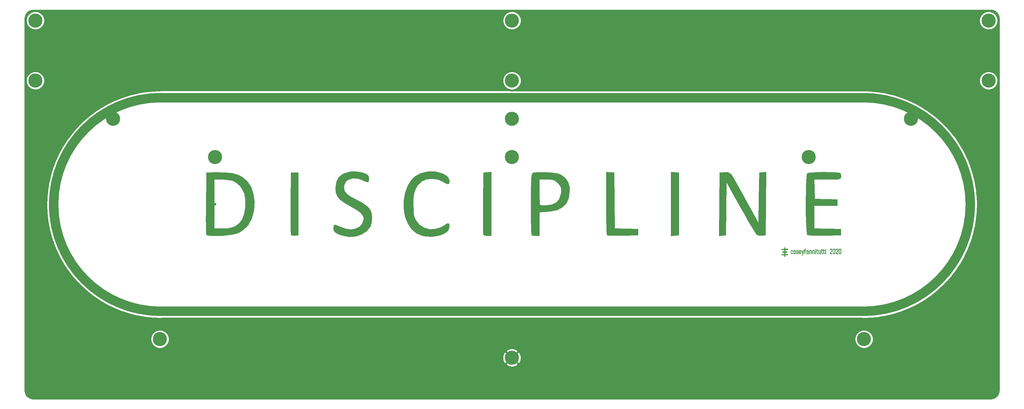
<source format=gtl>
G04 #@! TF.GenerationSoftware,KiCad,Pcbnew,(5.1.5)-3*
G04 #@! TF.CreationDate,2020-06-26T11:59:49-04:00*
G04 #@! TF.ProjectId,discipline-pcb,64697363-6970-46c6-996e-652d7063622e,rev?*
G04 #@! TF.SameCoordinates,Original*
G04 #@! TF.FileFunction,Copper,L1,Top*
G04 #@! TF.FilePolarity,Positive*
%FSLAX46Y46*%
G04 Gerber Fmt 4.6, Leading zero omitted, Abs format (unit mm)*
G04 Created by KiCad (PCBNEW (5.1.5)-3) date 2020-06-26 11:59:49*
%MOMM*%
%LPD*%
G04 APERTURE LIST*
%ADD10C,0.010000*%
%ADD11C,3.000000*%
%ADD12C,4.400000*%
%ADD13C,0.800000*%
%ADD14C,0.254000*%
G04 APERTURE END LIST*
D10*
G36*
X158870985Y-108958112D02*
G01*
X160098538Y-109298701D01*
X161021051Y-109740144D01*
X161442233Y-110187362D01*
X161620439Y-111028920D01*
X161552783Y-111765354D01*
X161355996Y-112068076D01*
X160920525Y-112037855D01*
X160155635Y-111758413D01*
X159821758Y-111598833D01*
X158246516Y-111033794D01*
X156759502Y-110927194D01*
X155469498Y-111240490D01*
X154485290Y-111935136D01*
X153915662Y-112972589D01*
X153818089Y-113726048D01*
X154051380Y-114851439D01*
X154788204Y-115840507D01*
X156083985Y-116751171D01*
X157275081Y-117338613D01*
X159541400Y-118495077D01*
X161170390Y-119676765D01*
X162001937Y-120625110D01*
X162422840Y-121702178D01*
X162599451Y-123107913D01*
X162524854Y-124564499D01*
X162192131Y-125794120D01*
X162133631Y-125914969D01*
X161042702Y-127347034D01*
X159510709Y-128390558D01*
X157645375Y-129007725D01*
X155554418Y-129160714D01*
X153655268Y-128891570D01*
X152492368Y-128507316D01*
X151473508Y-127993613D01*
X150837169Y-127472530D01*
X150810896Y-127435632D01*
X150598351Y-126782523D01*
X150604552Y-126023320D01*
X150820039Y-125497688D01*
X150865863Y-125462387D01*
X151311365Y-125489468D01*
X152093337Y-125772739D01*
X152529168Y-125982804D01*
X154266407Y-126652003D01*
X155938596Y-126871130D01*
X157446154Y-126672940D01*
X158689502Y-126090183D01*
X159569059Y-125155614D01*
X159985246Y-123901983D01*
X160005268Y-123523872D01*
X159790947Y-122634057D01*
X159112851Y-121744643D01*
X157918281Y-120806596D01*
X156154541Y-119770880D01*
X155736011Y-119551396D01*
X153901346Y-118516319D01*
X152613632Y-117549105D01*
X151790994Y-116548054D01*
X151351561Y-115411469D01*
X151213459Y-114037653D01*
X151212961Y-113933123D01*
X151469045Y-112066618D01*
X152233626Y-110605739D01*
X153501196Y-109556151D01*
X155266247Y-108923519D01*
X156226363Y-108775859D01*
X157519792Y-108767468D01*
X158870985Y-108958112D01*
G37*
X158870985Y-108958112D02*
X160098538Y-109298701D01*
X161021051Y-109740144D01*
X161442233Y-110187362D01*
X161620439Y-111028920D01*
X161552783Y-111765354D01*
X161355996Y-112068076D01*
X160920525Y-112037855D01*
X160155635Y-111758413D01*
X159821758Y-111598833D01*
X158246516Y-111033794D01*
X156759502Y-110927194D01*
X155469498Y-111240490D01*
X154485290Y-111935136D01*
X153915662Y-112972589D01*
X153818089Y-113726048D01*
X154051380Y-114851439D01*
X154788204Y-115840507D01*
X156083985Y-116751171D01*
X157275081Y-117338613D01*
X159541400Y-118495077D01*
X161170390Y-119676765D01*
X162001937Y-120625110D01*
X162422840Y-121702178D01*
X162599451Y-123107913D01*
X162524854Y-124564499D01*
X162192131Y-125794120D01*
X162133631Y-125914969D01*
X161042702Y-127347034D01*
X159510709Y-128390558D01*
X157645375Y-129007725D01*
X155554418Y-129160714D01*
X153655268Y-128891570D01*
X152492368Y-128507316D01*
X151473508Y-127993613D01*
X150837169Y-127472530D01*
X150810896Y-127435632D01*
X150598351Y-126782523D01*
X150604552Y-126023320D01*
X150820039Y-125497688D01*
X150865863Y-125462387D01*
X151311365Y-125489468D01*
X152093337Y-125772739D01*
X152529168Y-125982804D01*
X154266407Y-126652003D01*
X155938596Y-126871130D01*
X157446154Y-126672940D01*
X158689502Y-126090183D01*
X159569059Y-125155614D01*
X159985246Y-123901983D01*
X160005268Y-123523872D01*
X159790947Y-122634057D01*
X159112851Y-121744643D01*
X157918281Y-120806596D01*
X156154541Y-119770880D01*
X155736011Y-119551396D01*
X153901346Y-118516319D01*
X152613632Y-117549105D01*
X151790994Y-116548054D01*
X151351561Y-115411469D01*
X151213459Y-114037653D01*
X151212961Y-113933123D01*
X151469045Y-112066618D01*
X152233626Y-110605739D01*
X153501196Y-109556151D01*
X155266247Y-108923519D01*
X156226363Y-108775859D01*
X157519792Y-108767468D01*
X158870985Y-108958112D01*
G36*
X182308392Y-108816567D02*
G01*
X184431510Y-109356777D01*
X185017193Y-109623684D01*
X186059754Y-110296612D01*
X186581113Y-111057378D01*
X186707833Y-111942438D01*
X186558492Y-112574255D01*
X186082126Y-112712086D01*
X185236216Y-112358191D01*
X184735944Y-112047251D01*
X183357734Y-111362017D01*
X181755367Y-111059246D01*
X181549538Y-111044689D01*
X179661954Y-111172783D01*
X178131103Y-111834695D01*
X176902302Y-113061715D01*
X176306448Y-114044648D01*
X175921601Y-114865578D01*
X175676479Y-115642490D01*
X175540701Y-116559771D01*
X175483889Y-117801810D01*
X175474838Y-119092084D01*
X175495217Y-120728942D01*
X175572579Y-121890329D01*
X175734005Y-122751373D01*
X176006578Y-123487197D01*
X176220665Y-123915105D01*
X177322678Y-125347575D01*
X178781598Y-126315616D01*
X180475293Y-126796031D01*
X182281627Y-126765625D01*
X184078469Y-126201204D01*
X185095549Y-125600608D01*
X185809895Y-125161583D01*
X186327999Y-124961814D01*
X186351051Y-124960664D01*
X186658245Y-125217674D01*
X186712369Y-125844064D01*
X186543854Y-126622869D01*
X186183130Y-127337128D01*
X185986293Y-127561355D01*
X184782640Y-128319389D01*
X183154860Y-128845079D01*
X181299174Y-129104419D01*
X179411803Y-129063406D01*
X178357809Y-128883357D01*
X176487502Y-128119158D01*
X174932203Y-126829578D01*
X173725032Y-125076352D01*
X172899109Y-122921219D01*
X172487555Y-120425914D01*
X172497346Y-117959382D01*
X172912324Y-115440835D01*
X173721381Y-113226324D01*
X174876046Y-111421065D01*
X176001588Y-110352818D01*
X177915273Y-109328996D01*
X180076927Y-108812109D01*
X182308392Y-108816567D01*
G37*
X182308392Y-108816567D02*
X184431510Y-109356777D01*
X185017193Y-109623684D01*
X186059754Y-110296612D01*
X186581113Y-111057378D01*
X186707833Y-111942438D01*
X186558492Y-112574255D01*
X186082126Y-112712086D01*
X185236216Y-112358191D01*
X184735944Y-112047251D01*
X183357734Y-111362017D01*
X181755367Y-111059246D01*
X181549538Y-111044689D01*
X179661954Y-111172783D01*
X178131103Y-111834695D01*
X176902302Y-113061715D01*
X176306448Y-114044648D01*
X175921601Y-114865578D01*
X175676479Y-115642490D01*
X175540701Y-116559771D01*
X175483889Y-117801810D01*
X175474838Y-119092084D01*
X175495217Y-120728942D01*
X175572579Y-121890329D01*
X175734005Y-122751373D01*
X176006578Y-123487197D01*
X176220665Y-123915105D01*
X177322678Y-125347575D01*
X178781598Y-126315616D01*
X180475293Y-126796031D01*
X182281627Y-126765625D01*
X184078469Y-126201204D01*
X185095549Y-125600608D01*
X185809895Y-125161583D01*
X186327999Y-124961814D01*
X186351051Y-124960664D01*
X186658245Y-125217674D01*
X186712369Y-125844064D01*
X186543854Y-126622869D01*
X186183130Y-127337128D01*
X185986293Y-127561355D01*
X184782640Y-128319389D01*
X183154860Y-128845079D01*
X181299174Y-129104419D01*
X179411803Y-129063406D01*
X178357809Y-128883357D01*
X176487502Y-128119158D01*
X174932203Y-126829578D01*
X173725032Y-125076352D01*
X172899109Y-122921219D01*
X172487555Y-120425914D01*
X172497346Y-117959382D01*
X172912324Y-115440835D01*
X173721381Y-113226324D01*
X174876046Y-111421065D01*
X176001588Y-110352818D01*
X177915273Y-109328996D01*
X180076927Y-108812109D01*
X182308392Y-108816567D01*
G36*
X116840747Y-109091587D02*
G01*
X118966376Y-109331993D01*
X120727792Y-109818972D01*
X122253182Y-110577026D01*
X122324535Y-110621837D01*
X123836774Y-111954263D01*
X124972378Y-113745812D01*
X125699855Y-115903294D01*
X125987713Y-118333524D01*
X125807095Y-120926872D01*
X125185497Y-123401153D01*
X124173460Y-125379111D01*
X122737667Y-126909062D01*
X120928345Y-128001801D01*
X120018923Y-128289072D01*
X118741532Y-128528703D01*
X117233993Y-128713840D01*
X115634125Y-128837631D01*
X114079748Y-128893222D01*
X112708681Y-128873760D01*
X111658745Y-128772392D01*
X111067758Y-128582265D01*
X110995675Y-128495705D01*
X110954428Y-128065302D01*
X110922636Y-127069857D01*
X110901046Y-125595553D01*
X110890408Y-123728571D01*
X110891470Y-121555095D01*
X110904981Y-119161306D01*
X110909763Y-118606700D01*
X110976890Y-111283741D01*
X113438602Y-111283741D01*
X113438602Y-126588869D01*
X115974730Y-126588869D01*
X117542780Y-126534889D01*
X118714363Y-126342561D01*
X119737656Y-125966301D01*
X119963833Y-125856177D01*
X121339198Y-124881593D01*
X122307401Y-123518556D01*
X122902131Y-121702496D01*
X123138162Y-119772164D01*
X123126380Y-117463917D01*
X122774926Y-115608300D01*
X122052785Y-114084443D01*
X121489602Y-113347626D01*
X120425520Y-112346137D01*
X119236390Y-111709893D01*
X117753176Y-111376577D01*
X115891369Y-111283741D01*
X113438602Y-111283741D01*
X110976890Y-111283741D01*
X110996294Y-109167074D01*
X114222715Y-109073252D01*
X116840747Y-109091587D01*
G37*
X116840747Y-109091587D02*
X118966376Y-109331993D01*
X120727792Y-109818972D01*
X122253182Y-110577026D01*
X122324535Y-110621837D01*
X123836774Y-111954263D01*
X124972378Y-113745812D01*
X125699855Y-115903294D01*
X125987713Y-118333524D01*
X125807095Y-120926872D01*
X125185497Y-123401153D01*
X124173460Y-125379111D01*
X122737667Y-126909062D01*
X120928345Y-128001801D01*
X120018923Y-128289072D01*
X118741532Y-128528703D01*
X117233993Y-128713840D01*
X115634125Y-128837631D01*
X114079748Y-128893222D01*
X112708681Y-128873760D01*
X111658745Y-128772392D01*
X111067758Y-128582265D01*
X110995675Y-128495705D01*
X110954428Y-128065302D01*
X110922636Y-127069857D01*
X110901046Y-125595553D01*
X110890408Y-123728571D01*
X110891470Y-121555095D01*
X110904981Y-119161306D01*
X110909763Y-118606700D01*
X110976890Y-111283741D01*
X113438602Y-111283741D01*
X113438602Y-126588869D01*
X115974730Y-126588869D01*
X117542780Y-126534889D01*
X118714363Y-126342561D01*
X119737656Y-125966301D01*
X119963833Y-125856177D01*
X121339198Y-124881593D01*
X122307401Y-123518556D01*
X122902131Y-121702496D01*
X123138162Y-119772164D01*
X123126380Y-117463917D01*
X122774926Y-115608300D01*
X122052785Y-114084443D01*
X121489602Y-113347626D01*
X120425520Y-112346137D01*
X119236390Y-111709893D01*
X117753176Y-111376577D01*
X115891369Y-111283741D01*
X113438602Y-111283741D01*
X110976890Y-111283741D01*
X110996294Y-109167074D01*
X114222715Y-109073252D01*
X116840747Y-109091587D01*
G36*
X139652704Y-128705536D02*
G01*
X138592132Y-128807745D01*
X137734339Y-128757271D01*
X137365857Y-128478140D01*
X137326343Y-128052383D01*
X137296116Y-127061376D01*
X137275865Y-125591095D01*
X137266281Y-123727515D01*
X137268052Y-121556612D01*
X137281868Y-119164362D01*
X137286686Y-118606700D01*
X137373217Y-109167074D01*
X139652704Y-109167074D01*
X139652704Y-128705536D01*
G37*
X139652704Y-128705536D02*
X138592132Y-128807745D01*
X137734339Y-128757271D01*
X137365857Y-128478140D01*
X137326343Y-128052383D01*
X137296116Y-127061376D01*
X137275865Y-125591095D01*
X137266281Y-123727515D01*
X137268052Y-121556612D01*
X137281868Y-119164362D01*
X137286686Y-118606700D01*
X137373217Y-109167074D01*
X139652704Y-109167074D01*
X139652704Y-128705536D01*
G36*
X199733474Y-128868356D02*
G01*
X198583510Y-128868356D01*
X197776719Y-128763113D01*
X197301855Y-128505001D01*
X197275825Y-128457341D01*
X197238361Y-128037083D01*
X197209987Y-127051329D01*
X197191321Y-125585810D01*
X197182984Y-123726257D01*
X197185595Y-121558403D01*
X197199773Y-119167977D01*
X197204635Y-118606700D01*
X197291166Y-109167074D01*
X198512320Y-109066006D01*
X199733474Y-108964939D01*
X199733474Y-128868356D01*
G37*
X199733474Y-128868356D02*
X198583510Y-128868356D01*
X197776719Y-128763113D01*
X197301855Y-128505001D01*
X197275825Y-128457341D01*
X197238361Y-128037083D01*
X197209987Y-127051329D01*
X197191321Y-125585810D01*
X197182984Y-123726257D01*
X197185595Y-121558403D01*
X197199773Y-119167977D01*
X197204635Y-118606700D01*
X197291166Y-109167074D01*
X198512320Y-109066006D01*
X199733474Y-108964939D01*
X199733474Y-128868356D01*
G36*
X216772434Y-109063453D02*
G01*
X218469498Y-109146283D01*
X219671884Y-109261084D01*
X220536190Y-109436593D01*
X221219010Y-109701548D01*
X221689324Y-109965776D01*
X222951973Y-110963325D01*
X223730079Y-112162832D01*
X224096871Y-113710114D01*
X224149976Y-114865792D01*
X223913490Y-116975774D01*
X223203867Y-118655630D01*
X222007196Y-119918378D01*
X220309564Y-120777039D01*
X218097060Y-121244630D01*
X217258435Y-121314938D01*
X214712961Y-121462293D01*
X214712961Y-128868356D01*
X213627491Y-128868356D01*
X212822859Y-128808780D01*
X212339632Y-128664082D01*
X212324927Y-128651262D01*
X212269248Y-128281924D01*
X212218851Y-127345213D01*
X212175641Y-125925030D01*
X212141520Y-124105276D01*
X212118393Y-121969850D01*
X212108164Y-119602654D01*
X212107833Y-119084725D01*
X212112191Y-116311798D01*
X212127595Y-114120557D01*
X212157535Y-112441449D01*
X212202444Y-111283741D01*
X214712961Y-111283741D01*
X214712961Y-115137160D01*
X214730325Y-116660491D01*
X214777568Y-117938010D01*
X214847415Y-118833300D01*
X214930055Y-119207672D01*
X215448721Y-119376692D01*
X216380697Y-119412673D01*
X217503153Y-119322206D01*
X218593260Y-119111881D01*
X218644834Y-119097805D01*
X220030591Y-118457547D01*
X220942026Y-117410837D01*
X221419032Y-115905190D01*
X221482743Y-115363924D01*
X221538368Y-114298498D01*
X221420245Y-113605014D01*
X221034951Y-113009104D01*
X220483973Y-112430650D01*
X219841839Y-111828796D01*
X219280526Y-111485486D01*
X218581980Y-111328419D01*
X217528150Y-111285296D01*
X217025012Y-111283741D01*
X214712961Y-111283741D01*
X212202444Y-111283741D01*
X212205502Y-111204921D01*
X212274989Y-110341421D01*
X212369487Y-109781397D01*
X212492487Y-109455296D01*
X212597566Y-109328839D01*
X213077616Y-109138656D01*
X213997523Y-109039107D01*
X215434089Y-109025309D01*
X216772434Y-109063453D01*
G37*
X216772434Y-109063453D02*
X218469498Y-109146283D01*
X219671884Y-109261084D01*
X220536190Y-109436593D01*
X221219010Y-109701548D01*
X221689324Y-109965776D01*
X222951973Y-110963325D01*
X223730079Y-112162832D01*
X224096871Y-113710114D01*
X224149976Y-114865792D01*
X223913490Y-116975774D01*
X223203867Y-118655630D01*
X222007196Y-119918378D01*
X220309564Y-120777039D01*
X218097060Y-121244630D01*
X217258435Y-121314938D01*
X214712961Y-121462293D01*
X214712961Y-128868356D01*
X213627491Y-128868356D01*
X212822859Y-128808780D01*
X212339632Y-128664082D01*
X212324927Y-128651262D01*
X212269248Y-128281924D01*
X212218851Y-127345213D01*
X212175641Y-125925030D01*
X212141520Y-124105276D01*
X212118393Y-121969850D01*
X212108164Y-119602654D01*
X212107833Y-119084725D01*
X212112191Y-116311798D01*
X212127595Y-114120557D01*
X212157535Y-112441449D01*
X212202444Y-111283741D01*
X214712961Y-111283741D01*
X214712961Y-115137160D01*
X214730325Y-116660491D01*
X214777568Y-117938010D01*
X214847415Y-118833300D01*
X214930055Y-119207672D01*
X215448721Y-119376692D01*
X216380697Y-119412673D01*
X217503153Y-119322206D01*
X218593260Y-119111881D01*
X218644834Y-119097805D01*
X220030591Y-118457547D01*
X220942026Y-117410837D01*
X221419032Y-115905190D01*
X221482743Y-115363924D01*
X221538368Y-114298498D01*
X221420245Y-113605014D01*
X221034951Y-113009104D01*
X220483973Y-112430650D01*
X219841839Y-111828796D01*
X219280526Y-111485486D01*
X218581980Y-111328419D01*
X217528150Y-111285296D01*
X217025012Y-111283741D01*
X214712961Y-111283741D01*
X212202444Y-111283741D01*
X212205502Y-111204921D01*
X212274989Y-110341421D01*
X212369487Y-109781397D01*
X212492487Y-109455296D01*
X212597566Y-109328839D01*
X213077616Y-109138656D01*
X213997523Y-109039107D01*
X215434089Y-109025309D01*
X216772434Y-109063453D01*
G36*
X236775140Y-109066006D02*
G01*
X237996294Y-109167074D01*
X238169712Y-126567638D01*
X245486038Y-126751690D01*
X245486038Y-128705536D01*
X240745453Y-128795293D01*
X239049744Y-128812395D01*
X237590497Y-128798761D01*
X236489251Y-128757711D01*
X235867547Y-128692567D01*
X235779427Y-128659609D01*
X235722717Y-128288970D01*
X235671236Y-127349275D01*
X235626846Y-125922741D01*
X235591408Y-124091586D01*
X235566783Y-121938027D01*
X235554832Y-119544281D01*
X235553986Y-118699553D01*
X235553986Y-108964939D01*
X236775140Y-109066006D01*
G37*
X236775140Y-109066006D02*
X237996294Y-109167074D01*
X238169712Y-126567638D01*
X245486038Y-126751690D01*
X245486038Y-128705536D01*
X240745453Y-128795293D01*
X239049744Y-128812395D01*
X237590497Y-128798761D01*
X236489251Y-128757711D01*
X235867547Y-128692567D01*
X235779427Y-128659609D01*
X235722717Y-128288970D01*
X235671236Y-127349275D01*
X235626846Y-125922741D01*
X235591408Y-124091586D01*
X235566783Y-121938027D01*
X235554832Y-119544281D01*
X235553986Y-118699553D01*
X235553986Y-108964939D01*
X236775140Y-109066006D01*
G36*
X256964884Y-109066006D02*
G01*
X258186038Y-109167074D01*
X258186038Y-128705536D01*
X256964884Y-128806603D01*
X255743730Y-128907671D01*
X255743730Y-108964939D01*
X256964884Y-109066006D01*
G37*
X256964884Y-109066006D02*
X258186038Y-109167074D01*
X258186038Y-128705536D01*
X256964884Y-128806603D01*
X255743730Y-128907671D01*
X255743730Y-108964939D01*
X256964884Y-109066006D01*
G36*
X285300459Y-118833904D02*
G01*
X285214243Y-128705536D01*
X284074499Y-128801439D01*
X283141336Y-128751393D01*
X282421937Y-128499762D01*
X282388843Y-128475798D01*
X282092989Y-128088758D01*
X281531426Y-127207531D01*
X280750072Y-125909819D01*
X279794845Y-124273324D01*
X278711662Y-122375747D01*
X277546443Y-120294791D01*
X277428567Y-120082112D01*
X273014204Y-112109970D01*
X272839884Y-128705536D01*
X271776744Y-128807937D01*
X270713605Y-128910337D01*
X270799821Y-119038706D01*
X270886038Y-109167074D01*
X272396335Y-109069312D01*
X273401652Y-109063734D01*
X274023819Y-109268611D01*
X274513002Y-109760272D01*
X274833672Y-110258886D01*
X275413533Y-111242227D01*
X276202418Y-112621901D01*
X277150161Y-114309517D01*
X278206598Y-116216681D01*
X279027063Y-117714095D01*
X282934756Y-124879196D01*
X283097576Y-117023135D01*
X283260397Y-109167074D01*
X284323536Y-109064673D01*
X285386676Y-108962272D01*
X285300459Y-118833904D01*
G37*
X285300459Y-118833904D02*
X285214243Y-128705536D01*
X284074499Y-128801439D01*
X283141336Y-128751393D01*
X282421937Y-128499762D01*
X282388843Y-128475798D01*
X282092989Y-128088758D01*
X281531426Y-127207531D01*
X280750072Y-125909819D01*
X279794845Y-124273324D01*
X278711662Y-122375747D01*
X277546443Y-120294791D01*
X277428567Y-120082112D01*
X273014204Y-112109970D01*
X272839884Y-128705536D01*
X271776744Y-128807937D01*
X270713605Y-128910337D01*
X270799821Y-119038706D01*
X270886038Y-109167074D01*
X272396335Y-109069312D01*
X273401652Y-109063734D01*
X274023819Y-109268611D01*
X274513002Y-109760272D01*
X274833672Y-110258886D01*
X275413533Y-111242227D01*
X276202418Y-112621901D01*
X277150161Y-114309517D01*
X278206598Y-116216681D01*
X279027063Y-117714095D01*
X282934756Y-124879196D01*
X283097576Y-117023135D01*
X283260397Y-109167074D01*
X284323536Y-109064673D01*
X285386676Y-108962272D01*
X285300459Y-118833904D01*
G36*
X305398825Y-109010163D02*
G01*
X306752335Y-109035663D01*
X307653095Y-109092416D01*
X308200349Y-109192082D01*
X308493339Y-109346322D01*
X308631306Y-109566797D01*
X308645836Y-109609660D01*
X308709806Y-110398108D01*
X308632941Y-110749404D01*
X308460338Y-110976086D01*
X308076642Y-111129382D01*
X307374645Y-111222761D01*
X306247144Y-111269690D01*
X304586934Y-111283641D01*
X304380003Y-111283741D01*
X300332111Y-111283741D01*
X300425741Y-114295920D01*
X300519371Y-117308100D01*
X307520653Y-117492954D01*
X307520653Y-119424766D01*
X300356550Y-119424766D01*
X300356550Y-126569411D01*
X304508474Y-126660550D01*
X308660397Y-126751690D01*
X308660397Y-128705536D01*
X303604577Y-128794844D01*
X301455550Y-128815045D01*
X299893268Y-128786238D01*
X298854779Y-128704853D01*
X298277132Y-128567321D01*
X298150090Y-128485485D01*
X298026734Y-128043374D01*
X297924273Y-127053154D01*
X297842750Y-125617629D01*
X297782206Y-123839604D01*
X297742684Y-121821883D01*
X297724226Y-119667270D01*
X297726876Y-117478569D01*
X297750676Y-115358585D01*
X297795668Y-113410122D01*
X297861895Y-111735983D01*
X297949399Y-110438975D01*
X298058223Y-109621899D01*
X298142192Y-109395023D01*
X298603553Y-109221591D01*
X299609906Y-109100337D01*
X301195727Y-109028741D01*
X303395496Y-109004287D01*
X303493324Y-109004254D01*
X305398825Y-109010163D01*
G37*
X305398825Y-109010163D02*
X306752335Y-109035663D01*
X307653095Y-109092416D01*
X308200349Y-109192082D01*
X308493339Y-109346322D01*
X308631306Y-109566797D01*
X308645836Y-109609660D01*
X308709806Y-110398108D01*
X308632941Y-110749404D01*
X308460338Y-110976086D01*
X308076642Y-111129382D01*
X307374645Y-111222761D01*
X306247144Y-111269690D01*
X304586934Y-111283641D01*
X304380003Y-111283741D01*
X300332111Y-111283741D01*
X300425741Y-114295920D01*
X300519371Y-117308100D01*
X307520653Y-117492954D01*
X307520653Y-119424766D01*
X300356550Y-119424766D01*
X300356550Y-126569411D01*
X304508474Y-126660550D01*
X308660397Y-126751690D01*
X308660397Y-128705536D01*
X303604577Y-128794844D01*
X301455550Y-128815045D01*
X299893268Y-128786238D01*
X298854779Y-128704853D01*
X298277132Y-128567321D01*
X298150090Y-128485485D01*
X298026734Y-128043374D01*
X297924273Y-127053154D01*
X297842750Y-125617629D01*
X297782206Y-123839604D01*
X297742684Y-121821883D01*
X297724226Y-119667270D01*
X297726876Y-117478569D01*
X297750676Y-115358585D01*
X297795668Y-113410122D01*
X297861895Y-111735983D01*
X297949399Y-110438975D01*
X298058223Y-109621899D01*
X298142192Y-109395023D01*
X298603553Y-109221591D01*
X299609906Y-109100337D01*
X301195727Y-109028741D01*
X303395496Y-109004287D01*
X303493324Y-109004254D01*
X305398825Y-109010163D01*
D11*
X96808345Y-152463484D02*
G75*
G02X96808345Y-85763484I0J33350000D01*
G01*
X315618345Y-85763484D02*
G75*
G02X315618345Y-152463484I0J-33350000D01*
G01*
X96878345Y-85733484D02*
X316198345Y-85763484D01*
X96428345Y-152383484D02*
X315748345Y-152413484D01*
D10*
G36*
X296533181Y-133414417D02*
G01*
X296537380Y-133429439D01*
X296544808Y-133456426D01*
X296555014Y-133493722D01*
X296567549Y-133539669D01*
X296581964Y-133592610D01*
X296597809Y-133650886D01*
X296614634Y-133712840D01*
X296631990Y-133776815D01*
X296649428Y-133841153D01*
X296666498Y-133904197D01*
X296682751Y-133964289D01*
X296697737Y-134019772D01*
X296711006Y-134068988D01*
X296722109Y-134110279D01*
X296730597Y-134141988D01*
X296735518Y-134160542D01*
X296743204Y-134188753D01*
X296750119Y-134212292D01*
X296755131Y-134227372D01*
X296756298Y-134230092D01*
X296758832Y-134225138D01*
X296764437Y-134207604D01*
X296772815Y-134178613D01*
X296783665Y-134139286D01*
X296796686Y-134090746D01*
X296811579Y-134034115D01*
X296828043Y-133970515D01*
X296845778Y-133901069D01*
X296864484Y-133826898D01*
X296869083Y-133808522D01*
X296976845Y-133377375D01*
X297057115Y-133377375D01*
X297094044Y-133377800D01*
X297118587Y-133379203D01*
X297132445Y-133381774D01*
X297137321Y-133385702D01*
X297137384Y-133386336D01*
X297135596Y-133397230D01*
X297130891Y-133417449D01*
X297124260Y-133442757D01*
X297123768Y-133444545D01*
X297120012Y-133458344D01*
X297112885Y-133484755D01*
X297102658Y-133522759D01*
X297089606Y-133571337D01*
X297074001Y-133629468D01*
X297056118Y-133696134D01*
X297036230Y-133770314D01*
X297014610Y-133850989D01*
X296991532Y-133937140D01*
X296967269Y-134027746D01*
X296942094Y-134121789D01*
X296932862Y-134156284D01*
X296907458Y-134250917D01*
X296882803Y-134342180D01*
X296859172Y-134429085D01*
X296836843Y-134510643D01*
X296816090Y-134585866D01*
X296797189Y-134653764D01*
X296780416Y-134713349D01*
X296766047Y-134763632D01*
X296754358Y-134803625D01*
X296745624Y-134832338D01*
X296740122Y-134848784D01*
X296738916Y-134851650D01*
X296710969Y-134894971D01*
X296674648Y-134930186D01*
X296628934Y-134957844D01*
X296572810Y-134978494D01*
X296505256Y-134992686D01*
X296468870Y-134997323D01*
X296424773Y-135001976D01*
X296424773Y-134846863D01*
X296469078Y-134843306D01*
X296520726Y-134832841D01*
X296564965Y-134810375D01*
X296601686Y-134775983D01*
X296629149Y-134733056D01*
X296636670Y-134714628D01*
X296646109Y-134686539D01*
X296656570Y-134652082D01*
X296667156Y-134614548D01*
X296676970Y-134577227D01*
X296685116Y-134543412D01*
X296690698Y-134516395D01*
X296692817Y-134499465D01*
X296692818Y-134499342D01*
X296690824Y-134489999D01*
X296685026Y-134468202D01*
X296675729Y-134434998D01*
X296663240Y-134391431D01*
X296647865Y-134338548D01*
X296629910Y-134277393D01*
X296609682Y-134209013D01*
X296587487Y-134134453D01*
X296563630Y-134054758D01*
X296538419Y-133970975D01*
X296527078Y-133933423D01*
X296501435Y-133848561D01*
X296477005Y-133767624D01*
X296454092Y-133691623D01*
X296432999Y-133621572D01*
X296414032Y-133558482D01*
X296397493Y-133503367D01*
X296383687Y-133457239D01*
X296372917Y-133421110D01*
X296365489Y-133395993D01*
X296361706Y-133382900D01*
X296361273Y-133381193D01*
X296367862Y-133379685D01*
X296385768Y-133378459D01*
X296412197Y-133377645D01*
X296441911Y-133377375D01*
X296522549Y-133377375D01*
X296533181Y-133414417D01*
G37*
X296533181Y-133414417D02*
X296537380Y-133429439D01*
X296544808Y-133456426D01*
X296555014Y-133493722D01*
X296567549Y-133539669D01*
X296581964Y-133592610D01*
X296597809Y-133650886D01*
X296614634Y-133712840D01*
X296631990Y-133776815D01*
X296649428Y-133841153D01*
X296666498Y-133904197D01*
X296682751Y-133964289D01*
X296697737Y-134019772D01*
X296711006Y-134068988D01*
X296722109Y-134110279D01*
X296730597Y-134141988D01*
X296735518Y-134160542D01*
X296743204Y-134188753D01*
X296750119Y-134212292D01*
X296755131Y-134227372D01*
X296756298Y-134230092D01*
X296758832Y-134225138D01*
X296764437Y-134207604D01*
X296772815Y-134178613D01*
X296783665Y-134139286D01*
X296796686Y-134090746D01*
X296811579Y-134034115D01*
X296828043Y-133970515D01*
X296845778Y-133901069D01*
X296864484Y-133826898D01*
X296869083Y-133808522D01*
X296976845Y-133377375D01*
X297057115Y-133377375D01*
X297094044Y-133377800D01*
X297118587Y-133379203D01*
X297132445Y-133381774D01*
X297137321Y-133385702D01*
X297137384Y-133386336D01*
X297135596Y-133397230D01*
X297130891Y-133417449D01*
X297124260Y-133442757D01*
X297123768Y-133444545D01*
X297120012Y-133458344D01*
X297112885Y-133484755D01*
X297102658Y-133522759D01*
X297089606Y-133571337D01*
X297074001Y-133629468D01*
X297056118Y-133696134D01*
X297036230Y-133770314D01*
X297014610Y-133850989D01*
X296991532Y-133937140D01*
X296967269Y-134027746D01*
X296942094Y-134121789D01*
X296932862Y-134156284D01*
X296907458Y-134250917D01*
X296882803Y-134342180D01*
X296859172Y-134429085D01*
X296836843Y-134510643D01*
X296816090Y-134585866D01*
X296797189Y-134653764D01*
X296780416Y-134713349D01*
X296766047Y-134763632D01*
X296754358Y-134803625D01*
X296745624Y-134832338D01*
X296740122Y-134848784D01*
X296738916Y-134851650D01*
X296710969Y-134894971D01*
X296674648Y-134930186D01*
X296628934Y-134957844D01*
X296572810Y-134978494D01*
X296505256Y-134992686D01*
X296468870Y-134997323D01*
X296424773Y-135001976D01*
X296424773Y-134846863D01*
X296469078Y-134843306D01*
X296520726Y-134832841D01*
X296564965Y-134810375D01*
X296601686Y-134775983D01*
X296629149Y-134733056D01*
X296636670Y-134714628D01*
X296646109Y-134686539D01*
X296656570Y-134652082D01*
X296667156Y-134614548D01*
X296676970Y-134577227D01*
X296685116Y-134543412D01*
X296690698Y-134516395D01*
X296692817Y-134499465D01*
X296692818Y-134499342D01*
X296690824Y-134489999D01*
X296685026Y-134468202D01*
X296675729Y-134434998D01*
X296663240Y-134391431D01*
X296647865Y-134338548D01*
X296629910Y-134277393D01*
X296609682Y-134209013D01*
X296587487Y-134134453D01*
X296563630Y-134054758D01*
X296538419Y-133970975D01*
X296527078Y-133933423D01*
X296501435Y-133848561D01*
X296477005Y-133767624D01*
X296454092Y-133691623D01*
X296432999Y-133621572D01*
X296414032Y-133558482D01*
X296397493Y-133503367D01*
X296383687Y-133457239D01*
X296372917Y-133421110D01*
X296365489Y-133395993D01*
X296361706Y-133382900D01*
X296361273Y-133381193D01*
X296367862Y-133379685D01*
X296385768Y-133378459D01*
X296412197Y-133377645D01*
X296441911Y-133377375D01*
X296522549Y-133377375D01*
X296533181Y-133414417D01*
G36*
X293388713Y-133358440D02*
G01*
X293460586Y-133369347D01*
X293524240Y-133391106D01*
X293579114Y-133423325D01*
X293624648Y-133465609D01*
X293660283Y-133517566D01*
X293680505Y-133563573D01*
X293686426Y-133584664D01*
X293692154Y-133612232D01*
X293697234Y-133642844D01*
X293701209Y-133673072D01*
X293703623Y-133699482D01*
X293704018Y-133718644D01*
X293702230Y-133726899D01*
X293694244Y-133728259D01*
X293675286Y-133729340D01*
X293648497Y-133730006D01*
X293627043Y-133730153D01*
X293555110Y-133730153D01*
X293550317Y-133683368D01*
X293542624Y-133637002D01*
X293529317Y-133600436D01*
X293508916Y-133569983D01*
X293501651Y-133561965D01*
X293474010Y-133536917D01*
X293445784Y-133520603D01*
X293412980Y-133511513D01*
X293371606Y-133508134D01*
X293359134Y-133508004D01*
X293312998Y-133510498D01*
X293276874Y-133518871D01*
X293247411Y-133534465D01*
X293221261Y-133558619D01*
X293215374Y-133565511D01*
X293205411Y-133577950D01*
X293197109Y-133589863D01*
X293190319Y-133602618D01*
X293184888Y-133617581D01*
X293180666Y-133636120D01*
X293177500Y-133659601D01*
X293175241Y-133689392D01*
X293173736Y-133726860D01*
X293172834Y-133773371D01*
X293172385Y-133830292D01*
X293172236Y-133898991D01*
X293172231Y-133955424D01*
X293172300Y-134255792D01*
X293188936Y-134291070D01*
X293213791Y-134330875D01*
X293246029Y-134359530D01*
X293286624Y-134377593D01*
X293336548Y-134385623D01*
X293354788Y-134386165D01*
X293400418Y-134384057D01*
X293436376Y-134376547D01*
X293466496Y-134362319D01*
X293494612Y-134340055D01*
X293497743Y-134337064D01*
X293527391Y-134298890D01*
X293546405Y-134253722D01*
X293553161Y-134205424D01*
X293553162Y-134205122D01*
X293553162Y-134181708D01*
X293708384Y-134181708D01*
X293708331Y-134201111D01*
X293702977Y-134257654D01*
X293688242Y-134315212D01*
X293665665Y-134369822D01*
X293636782Y-134417521D01*
X293613924Y-134444388D01*
X293575321Y-134475496D01*
X293527928Y-134502069D01*
X293476945Y-134521399D01*
X293455801Y-134526689D01*
X293422121Y-134531324D01*
X293380588Y-134533545D01*
X293336069Y-134533425D01*
X293293434Y-134531038D01*
X293257552Y-134526457D01*
X293244169Y-134523503D01*
X293180106Y-134500051D01*
X293126216Y-134466834D01*
X293082324Y-134423678D01*
X293048252Y-134370407D01*
X293023821Y-134306845D01*
X293023348Y-134305181D01*
X293020888Y-134293698D01*
X293018845Y-134277476D01*
X293017184Y-134255318D01*
X293015873Y-134226029D01*
X293014879Y-134188412D01*
X293014170Y-134141271D01*
X293013711Y-134083411D01*
X293013470Y-134013636D01*
X293013412Y-133945347D01*
X293013425Y-133869239D01*
X293013505Y-133805870D01*
X293013712Y-133753864D01*
X293014108Y-133711851D01*
X293014753Y-133678455D01*
X293015709Y-133652305D01*
X293017035Y-133632027D01*
X293018794Y-133616248D01*
X293021045Y-133603594D01*
X293023851Y-133592693D01*
X293027271Y-133582170D01*
X293029836Y-133574931D01*
X293059194Y-133511254D01*
X293097655Y-133458270D01*
X293144882Y-133416180D01*
X293200536Y-133385189D01*
X293264279Y-133365502D01*
X293335773Y-133357322D01*
X293388713Y-133358440D01*
G37*
X293388713Y-133358440D02*
X293460586Y-133369347D01*
X293524240Y-133391106D01*
X293579114Y-133423325D01*
X293624648Y-133465609D01*
X293660283Y-133517566D01*
X293680505Y-133563573D01*
X293686426Y-133584664D01*
X293692154Y-133612232D01*
X293697234Y-133642844D01*
X293701209Y-133673072D01*
X293703623Y-133699482D01*
X293704018Y-133718644D01*
X293702230Y-133726899D01*
X293694244Y-133728259D01*
X293675286Y-133729340D01*
X293648497Y-133730006D01*
X293627043Y-133730153D01*
X293555110Y-133730153D01*
X293550317Y-133683368D01*
X293542624Y-133637002D01*
X293529317Y-133600436D01*
X293508916Y-133569983D01*
X293501651Y-133561965D01*
X293474010Y-133536917D01*
X293445784Y-133520603D01*
X293412980Y-133511513D01*
X293371606Y-133508134D01*
X293359134Y-133508004D01*
X293312998Y-133510498D01*
X293276874Y-133518871D01*
X293247411Y-133534465D01*
X293221261Y-133558619D01*
X293215374Y-133565511D01*
X293205411Y-133577950D01*
X293197109Y-133589863D01*
X293190319Y-133602618D01*
X293184888Y-133617581D01*
X293180666Y-133636120D01*
X293177500Y-133659601D01*
X293175241Y-133689392D01*
X293173736Y-133726860D01*
X293172834Y-133773371D01*
X293172385Y-133830292D01*
X293172236Y-133898991D01*
X293172231Y-133955424D01*
X293172300Y-134255792D01*
X293188936Y-134291070D01*
X293213791Y-134330875D01*
X293246029Y-134359530D01*
X293286624Y-134377593D01*
X293336548Y-134385623D01*
X293354788Y-134386165D01*
X293400418Y-134384057D01*
X293436376Y-134376547D01*
X293466496Y-134362319D01*
X293494612Y-134340055D01*
X293497743Y-134337064D01*
X293527391Y-134298890D01*
X293546405Y-134253722D01*
X293553161Y-134205424D01*
X293553162Y-134205122D01*
X293553162Y-134181708D01*
X293708384Y-134181708D01*
X293708331Y-134201111D01*
X293702977Y-134257654D01*
X293688242Y-134315212D01*
X293665665Y-134369822D01*
X293636782Y-134417521D01*
X293613924Y-134444388D01*
X293575321Y-134475496D01*
X293527928Y-134502069D01*
X293476945Y-134521399D01*
X293455801Y-134526689D01*
X293422121Y-134531324D01*
X293380588Y-134533545D01*
X293336069Y-134533425D01*
X293293434Y-134531038D01*
X293257552Y-134526457D01*
X293244169Y-134523503D01*
X293180106Y-134500051D01*
X293126216Y-134466834D01*
X293082324Y-134423678D01*
X293048252Y-134370407D01*
X293023821Y-134306845D01*
X293023348Y-134305181D01*
X293020888Y-134293698D01*
X293018845Y-134277476D01*
X293017184Y-134255318D01*
X293015873Y-134226029D01*
X293014879Y-134188412D01*
X293014170Y-134141271D01*
X293013711Y-134083411D01*
X293013470Y-134013636D01*
X293013412Y-133945347D01*
X293013425Y-133869239D01*
X293013505Y-133805870D01*
X293013712Y-133753864D01*
X293014108Y-133711851D01*
X293014753Y-133678455D01*
X293015709Y-133652305D01*
X293017035Y-133632027D01*
X293018794Y-133616248D01*
X293021045Y-133603594D01*
X293023851Y-133592693D01*
X293027271Y-133582170D01*
X293029836Y-133574931D01*
X293059194Y-133511254D01*
X293097655Y-133458270D01*
X293144882Y-133416180D01*
X293200536Y-133385189D01*
X293264279Y-133365502D01*
X293335773Y-133357322D01*
X293388713Y-133358440D01*
G36*
X294263152Y-133362317D02*
G01*
X294327763Y-133379489D01*
X294384060Y-133407315D01*
X294431379Y-133445264D01*
X294469059Y-133492804D01*
X294496438Y-133549402D01*
X294512854Y-133614528D01*
X294512924Y-133614986D01*
X294515109Y-133637813D01*
X294516797Y-133674408D01*
X294517983Y-133724439D01*
X294518664Y-133787571D01*
X294518833Y-133863470D01*
X294518486Y-133951803D01*
X294518298Y-133978347D01*
X294517706Y-134053046D01*
X294517131Y-134115046D01*
X294516501Y-134165760D01*
X294515741Y-134206600D01*
X294514777Y-134238979D01*
X294513537Y-134264307D01*
X294511946Y-134283999D01*
X294509930Y-134299466D01*
X294507417Y-134312120D01*
X294504331Y-134323373D01*
X294500599Y-134334638D01*
X294499535Y-134337684D01*
X294472008Y-134396192D01*
X294434028Y-134445738D01*
X294386501Y-134485372D01*
X294331265Y-134513789D01*
X294298733Y-134522716D01*
X294256804Y-134529020D01*
X294209981Y-134532516D01*
X294162765Y-134533016D01*
X294119660Y-134530335D01*
X294085166Y-134524286D01*
X294084195Y-134524018D01*
X294021605Y-134500207D01*
X293969335Y-134466779D01*
X293927412Y-134423760D01*
X293895861Y-134371176D01*
X293874707Y-134309053D01*
X293874481Y-134308097D01*
X293871556Y-134288156D01*
X293869043Y-134256126D01*
X293866942Y-134213856D01*
X293865253Y-134163195D01*
X293863976Y-134105993D01*
X293863436Y-134067344D01*
X294019542Y-134067344D01*
X294019588Y-134118349D01*
X294019947Y-134159431D01*
X294020659Y-134191984D01*
X294021761Y-134217405D01*
X294023291Y-134237088D01*
X294025289Y-134252429D01*
X294027791Y-134264823D01*
X294029599Y-134271590D01*
X294047714Y-134316554D01*
X294073007Y-134349775D01*
X294106439Y-134371955D01*
X294148971Y-134383795D01*
X294186624Y-134386314D01*
X294220900Y-134384519D01*
X294250488Y-134379664D01*
X294264139Y-134375399D01*
X294299139Y-134355033D01*
X294326536Y-134325280D01*
X294338779Y-134305181D01*
X294342305Y-134298307D01*
X294345238Y-134291096D01*
X294347634Y-134282258D01*
X294349545Y-134270500D01*
X294351027Y-134254530D01*
X294352135Y-134233056D01*
X294352923Y-134204788D01*
X294353445Y-134168432D01*
X294353755Y-134122697D01*
X294353910Y-134066292D01*
X294353962Y-133997924D01*
X294353967Y-133945347D01*
X294353967Y-133613736D01*
X294334377Y-133580410D01*
X294306076Y-133545396D01*
X294268838Y-133521230D01*
X294222942Y-133508075D01*
X294207284Y-133506281D01*
X294154871Y-133507695D01*
X294110104Y-133520716D01*
X294073363Y-133545144D01*
X294045026Y-133580778D01*
X294037054Y-133596097D01*
X294033481Y-133604357D01*
X294030523Y-133613189D01*
X294028112Y-133623976D01*
X294026176Y-133638098D01*
X294024648Y-133656938D01*
X294023457Y-133681877D01*
X294022533Y-133714297D01*
X294021808Y-133755580D01*
X294021211Y-133807106D01*
X294020673Y-133870259D01*
X294020240Y-133929981D01*
X294019772Y-134005020D01*
X294019542Y-134067344D01*
X293863436Y-134067344D01*
X293863111Y-134044097D01*
X293862658Y-133979357D01*
X293862619Y-133913621D01*
X293862991Y-133848739D01*
X293863777Y-133786560D01*
X293864976Y-133728932D01*
X293866588Y-133677704D01*
X293868613Y-133634725D01*
X293871052Y-133601844D01*
X293873904Y-133580910D01*
X293874422Y-133578705D01*
X293896950Y-133517634D01*
X293929997Y-133465638D01*
X293972909Y-133423179D01*
X294025029Y-133390718D01*
X294085701Y-133368716D01*
X294154269Y-133357634D01*
X294190889Y-133356331D01*
X294263152Y-133362317D01*
G37*
X294263152Y-133362317D02*
X294327763Y-133379489D01*
X294384060Y-133407315D01*
X294431379Y-133445264D01*
X294469059Y-133492804D01*
X294496438Y-133549402D01*
X294512854Y-133614528D01*
X294512924Y-133614986D01*
X294515109Y-133637813D01*
X294516797Y-133674408D01*
X294517983Y-133724439D01*
X294518664Y-133787571D01*
X294518833Y-133863470D01*
X294518486Y-133951803D01*
X294518298Y-133978347D01*
X294517706Y-134053046D01*
X294517131Y-134115046D01*
X294516501Y-134165760D01*
X294515741Y-134206600D01*
X294514777Y-134238979D01*
X294513537Y-134264307D01*
X294511946Y-134283999D01*
X294509930Y-134299466D01*
X294507417Y-134312120D01*
X294504331Y-134323373D01*
X294500599Y-134334638D01*
X294499535Y-134337684D01*
X294472008Y-134396192D01*
X294434028Y-134445738D01*
X294386501Y-134485372D01*
X294331265Y-134513789D01*
X294298733Y-134522716D01*
X294256804Y-134529020D01*
X294209981Y-134532516D01*
X294162765Y-134533016D01*
X294119660Y-134530335D01*
X294085166Y-134524286D01*
X294084195Y-134524018D01*
X294021605Y-134500207D01*
X293969335Y-134466779D01*
X293927412Y-134423760D01*
X293895861Y-134371176D01*
X293874707Y-134309053D01*
X293874481Y-134308097D01*
X293871556Y-134288156D01*
X293869043Y-134256126D01*
X293866942Y-134213856D01*
X293865253Y-134163195D01*
X293863976Y-134105993D01*
X293863436Y-134067344D01*
X294019542Y-134067344D01*
X294019588Y-134118349D01*
X294019947Y-134159431D01*
X294020659Y-134191984D01*
X294021761Y-134217405D01*
X294023291Y-134237088D01*
X294025289Y-134252429D01*
X294027791Y-134264823D01*
X294029599Y-134271590D01*
X294047714Y-134316554D01*
X294073007Y-134349775D01*
X294106439Y-134371955D01*
X294148971Y-134383795D01*
X294186624Y-134386314D01*
X294220900Y-134384519D01*
X294250488Y-134379664D01*
X294264139Y-134375399D01*
X294299139Y-134355033D01*
X294326536Y-134325280D01*
X294338779Y-134305181D01*
X294342305Y-134298307D01*
X294345238Y-134291096D01*
X294347634Y-134282258D01*
X294349545Y-134270500D01*
X294351027Y-134254530D01*
X294352135Y-134233056D01*
X294352923Y-134204788D01*
X294353445Y-134168432D01*
X294353755Y-134122697D01*
X294353910Y-134066292D01*
X294353962Y-133997924D01*
X294353967Y-133945347D01*
X294353967Y-133613736D01*
X294334377Y-133580410D01*
X294306076Y-133545396D01*
X294268838Y-133521230D01*
X294222942Y-133508075D01*
X294207284Y-133506281D01*
X294154871Y-133507695D01*
X294110104Y-133520716D01*
X294073363Y-133545144D01*
X294045026Y-133580778D01*
X294037054Y-133596097D01*
X294033481Y-133604357D01*
X294030523Y-133613189D01*
X294028112Y-133623976D01*
X294026176Y-133638098D01*
X294024648Y-133656938D01*
X294023457Y-133681877D01*
X294022533Y-133714297D01*
X294021808Y-133755580D01*
X294021211Y-133807106D01*
X294020673Y-133870259D01*
X294020240Y-133929981D01*
X294019772Y-134005020D01*
X294019542Y-134067344D01*
X293863436Y-134067344D01*
X293863111Y-134044097D01*
X293862658Y-133979357D01*
X293862619Y-133913621D01*
X293862991Y-133848739D01*
X293863777Y-133786560D01*
X293864976Y-133728932D01*
X293866588Y-133677704D01*
X293868613Y-133634725D01*
X293871052Y-133601844D01*
X293873904Y-133580910D01*
X293874422Y-133578705D01*
X293896950Y-133517634D01*
X293929997Y-133465638D01*
X293972909Y-133423179D01*
X294025029Y-133390718D01*
X294085701Y-133368716D01*
X294154269Y-133357634D01*
X294190889Y-133356331D01*
X294263152Y-133362317D01*
G36*
X295069761Y-133358729D02*
G01*
X295129807Y-133369012D01*
X295185276Y-133387192D01*
X295233568Y-133413211D01*
X295264683Y-133439006D01*
X295291480Y-133473664D01*
X295314450Y-133517590D01*
X295331383Y-133566034D01*
X295337853Y-133596097D01*
X295343314Y-133629944D01*
X295345428Y-133652223D01*
X295342128Y-133665337D01*
X295331352Y-133671690D01*
X295311034Y-133673684D01*
X295279111Y-133673724D01*
X295271190Y-133673708D01*
X295197106Y-133673708D01*
X295197106Y-133653822D01*
X295191317Y-133612372D01*
X295175345Y-133572981D01*
X295151284Y-133538909D01*
X295121231Y-133513415D01*
X295100375Y-133503300D01*
X295069783Y-133496526D01*
X295032448Y-133494026D01*
X294993497Y-133495598D01*
X294958060Y-133501040D01*
X294931646Y-133509951D01*
X294895351Y-133536240D01*
X294868414Y-133572221D01*
X294851505Y-133616469D01*
X294845291Y-133667559D01*
X294846156Y-133692321D01*
X294854008Y-133736055D01*
X294870684Y-133772656D01*
X294897348Y-133803310D01*
X294935165Y-133829203D01*
X294985299Y-133851522D01*
X295011117Y-133860374D01*
X295077521Y-133881754D01*
X295131963Y-133899812D01*
X295175993Y-133915291D01*
X295211164Y-133928933D01*
X295239027Y-133941480D01*
X295261132Y-133953674D01*
X295279030Y-133966256D01*
X295294274Y-133979970D01*
X295308414Y-133995556D01*
X295317753Y-134007050D01*
X295345962Y-134052974D01*
X295364193Y-134107164D01*
X295372730Y-134170599D01*
X295373495Y-134199127D01*
X295369260Y-134274523D01*
X295356276Y-134339225D01*
X295334123Y-134393932D01*
X295302384Y-134439341D01*
X295260637Y-134476149D01*
X295208465Y-134505054D01*
X295183744Y-134514861D01*
X295161672Y-134521444D01*
X295136221Y-134526046D01*
X295104106Y-134529065D01*
X295062043Y-134530901D01*
X295048940Y-134531237D01*
X295012166Y-134531805D01*
X294979180Y-134531811D01*
X294953225Y-134531289D01*
X294937542Y-134530273D01*
X294936051Y-134530039D01*
X294870217Y-134511900D01*
X294814711Y-134484509D01*
X294769251Y-134447536D01*
X294733552Y-134400654D01*
X294707331Y-134343534D01*
X294690303Y-134275847D01*
X294685355Y-134239917D01*
X294680665Y-134195820D01*
X294828274Y-134195820D01*
X294833023Y-134236389D01*
X294844892Y-134288388D01*
X294867037Y-134330791D01*
X294899178Y-134363365D01*
X294941038Y-134385882D01*
X294992336Y-134398109D01*
X295031301Y-134400431D01*
X295088660Y-134395189D01*
X295136508Y-134379642D01*
X295174571Y-134354060D01*
X295202571Y-134318710D01*
X295220232Y-134273861D01*
X295227280Y-134219783D01*
X295227402Y-134209635D01*
X295225359Y-134172025D01*
X295219819Y-134144020D01*
X295216341Y-134135405D01*
X295194648Y-134104289D01*
X295163106Y-134076808D01*
X295120551Y-134052241D01*
X295065821Y-134029870D01*
X295024245Y-134016484D01*
X294974980Y-134000939D01*
X294927144Y-133984124D01*
X294883807Y-133967236D01*
X294848040Y-133951471D01*
X294823162Y-133938180D01*
X294795402Y-133916615D01*
X294766916Y-133887816D01*
X294741914Y-133856533D01*
X294724604Y-133827520D01*
X294724032Y-133826251D01*
X294706771Y-133773187D01*
X294698521Y-133714970D01*
X294698810Y-133654377D01*
X294707165Y-133594185D01*
X294723115Y-133537170D01*
X294746186Y-133486108D01*
X294775908Y-133443776D01*
X294791776Y-133427917D01*
X294835748Y-133397796D01*
X294888131Y-133375878D01*
X294946326Y-133362101D01*
X295007735Y-133356405D01*
X295069761Y-133358729D01*
G37*
X295069761Y-133358729D02*
X295129807Y-133369012D01*
X295185276Y-133387192D01*
X295233568Y-133413211D01*
X295264683Y-133439006D01*
X295291480Y-133473664D01*
X295314450Y-133517590D01*
X295331383Y-133566034D01*
X295337853Y-133596097D01*
X295343314Y-133629944D01*
X295345428Y-133652223D01*
X295342128Y-133665337D01*
X295331352Y-133671690D01*
X295311034Y-133673684D01*
X295279111Y-133673724D01*
X295271190Y-133673708D01*
X295197106Y-133673708D01*
X295197106Y-133653822D01*
X295191317Y-133612372D01*
X295175345Y-133572981D01*
X295151284Y-133538909D01*
X295121231Y-133513415D01*
X295100375Y-133503300D01*
X295069783Y-133496526D01*
X295032448Y-133494026D01*
X294993497Y-133495598D01*
X294958060Y-133501040D01*
X294931646Y-133509951D01*
X294895351Y-133536240D01*
X294868414Y-133572221D01*
X294851505Y-133616469D01*
X294845291Y-133667559D01*
X294846156Y-133692321D01*
X294854008Y-133736055D01*
X294870684Y-133772656D01*
X294897348Y-133803310D01*
X294935165Y-133829203D01*
X294985299Y-133851522D01*
X295011117Y-133860374D01*
X295077521Y-133881754D01*
X295131963Y-133899812D01*
X295175993Y-133915291D01*
X295211164Y-133928933D01*
X295239027Y-133941480D01*
X295261132Y-133953674D01*
X295279030Y-133966256D01*
X295294274Y-133979970D01*
X295308414Y-133995556D01*
X295317753Y-134007050D01*
X295345962Y-134052974D01*
X295364193Y-134107164D01*
X295372730Y-134170599D01*
X295373495Y-134199127D01*
X295369260Y-134274523D01*
X295356276Y-134339225D01*
X295334123Y-134393932D01*
X295302384Y-134439341D01*
X295260637Y-134476149D01*
X295208465Y-134505054D01*
X295183744Y-134514861D01*
X295161672Y-134521444D01*
X295136221Y-134526046D01*
X295104106Y-134529065D01*
X295062043Y-134530901D01*
X295048940Y-134531237D01*
X295012166Y-134531805D01*
X294979180Y-134531811D01*
X294953225Y-134531289D01*
X294937542Y-134530273D01*
X294936051Y-134530039D01*
X294870217Y-134511900D01*
X294814711Y-134484509D01*
X294769251Y-134447536D01*
X294733552Y-134400654D01*
X294707331Y-134343534D01*
X294690303Y-134275847D01*
X294685355Y-134239917D01*
X294680665Y-134195820D01*
X294828274Y-134195820D01*
X294833023Y-134236389D01*
X294844892Y-134288388D01*
X294867037Y-134330791D01*
X294899178Y-134363365D01*
X294941038Y-134385882D01*
X294992336Y-134398109D01*
X295031301Y-134400431D01*
X295088660Y-134395189D01*
X295136508Y-134379642D01*
X295174571Y-134354060D01*
X295202571Y-134318710D01*
X295220232Y-134273861D01*
X295227280Y-134219783D01*
X295227402Y-134209635D01*
X295225359Y-134172025D01*
X295219819Y-134144020D01*
X295216341Y-134135405D01*
X295194648Y-134104289D01*
X295163106Y-134076808D01*
X295120551Y-134052241D01*
X295065821Y-134029870D01*
X295024245Y-134016484D01*
X294974980Y-134000939D01*
X294927144Y-133984124D01*
X294883807Y-133967236D01*
X294848040Y-133951471D01*
X294823162Y-133938180D01*
X294795402Y-133916615D01*
X294766916Y-133887816D01*
X294741914Y-133856533D01*
X294724604Y-133827520D01*
X294724032Y-133826251D01*
X294706771Y-133773187D01*
X294698521Y-133714970D01*
X294698810Y-133654377D01*
X294707165Y-133594185D01*
X294723115Y-133537170D01*
X294746186Y-133486108D01*
X294775908Y-133443776D01*
X294791776Y-133427917D01*
X294835748Y-133397796D01*
X294888131Y-133375878D01*
X294946326Y-133362101D01*
X295007735Y-133356405D01*
X295069761Y-133358729D01*
G36*
X295961010Y-133366575D02*
G01*
X296023425Y-133386282D01*
X296078476Y-133416894D01*
X296124745Y-133457368D01*
X296160816Y-133506660D01*
X296167193Y-133518486D01*
X296178733Y-133542091D01*
X296187919Y-133563777D01*
X296195052Y-133585599D01*
X296200434Y-133609613D01*
X296204364Y-133637875D01*
X296207146Y-133672441D01*
X296209079Y-133715366D01*
X296210465Y-133768706D01*
X296211380Y-133820111D01*
X296214442Y-134012375D01*
X295689572Y-134012375D01*
X295692601Y-134130556D01*
X295694145Y-134178338D01*
X295696152Y-134214344D01*
X295698868Y-134240906D01*
X295702542Y-134260356D01*
X295707420Y-134275029D01*
X295708067Y-134276510D01*
X295734184Y-134321519D01*
X295767120Y-134354348D01*
X295807626Y-134375477D01*
X295856452Y-134385387D01*
X295879579Y-134386320D01*
X295914362Y-134384503D01*
X295944174Y-134379576D01*
X295957569Y-134375362D01*
X295995965Y-134351957D01*
X296026297Y-134318199D01*
X296047026Y-134276248D01*
X296055729Y-134237670D01*
X296059849Y-134202875D01*
X296213106Y-134202875D01*
X296213022Y-134239917D01*
X296206305Y-134301651D01*
X296187180Y-134360194D01*
X296156766Y-134412891D01*
X296124756Y-134449342D01*
X296080270Y-134485078D01*
X296032363Y-134510398D01*
X295978584Y-134526152D01*
X295916482Y-134533192D01*
X295881777Y-134533713D01*
X295848199Y-134532719D01*
X295816209Y-134530726D01*
X295791016Y-134528096D01*
X295783961Y-134526937D01*
X295725134Y-134508378D01*
X295671888Y-134477559D01*
X295625347Y-134435607D01*
X295586639Y-134383653D01*
X295556889Y-134322824D01*
X295545186Y-134287542D01*
X295541918Y-134274789D01*
X295539245Y-134260943D01*
X295537108Y-134244505D01*
X295535449Y-134223978D01*
X295534210Y-134197866D01*
X295533333Y-134164671D01*
X295532759Y-134122897D01*
X295532429Y-134071047D01*
X295532286Y-134007623D01*
X295532265Y-133955931D01*
X295532351Y-133878294D01*
X295532709Y-133813201D01*
X295533201Y-133779889D01*
X295690995Y-133779889D01*
X295690995Y-133864208D01*
X296050828Y-133864208D01*
X296050828Y-133766552D01*
X296049903Y-133713322D01*
X296046747Y-133671247D01*
X296040794Y-133637471D01*
X296031474Y-133609137D01*
X296018220Y-133583388D01*
X296012665Y-133574636D01*
X295983872Y-133543167D01*
X295947055Y-133520908D01*
X295905176Y-133508209D01*
X295861195Y-133505420D01*
X295818071Y-133512892D01*
X295778764Y-133530973D01*
X295760640Y-133544843D01*
X295736117Y-133570942D01*
X295717621Y-133600542D01*
X295704512Y-133635806D01*
X295696147Y-133678902D01*
X295691885Y-133731995D01*
X295690995Y-133779889D01*
X295533201Y-133779889D01*
X295533509Y-133759084D01*
X295534921Y-133714375D01*
X295537113Y-133677506D01*
X295540256Y-133646910D01*
X295544519Y-133621020D01*
X295550072Y-133598268D01*
X295557083Y-133577086D01*
X295565723Y-133555907D01*
X295576161Y-133533163D01*
X295578516Y-133528211D01*
X295611759Y-133474068D01*
X295654586Y-133429540D01*
X295705806Y-133395131D01*
X295764226Y-133371344D01*
X295828656Y-133358682D01*
X295897905Y-133357650D01*
X295961010Y-133366575D01*
G37*
X295961010Y-133366575D02*
X296023425Y-133386282D01*
X296078476Y-133416894D01*
X296124745Y-133457368D01*
X296160816Y-133506660D01*
X296167193Y-133518486D01*
X296178733Y-133542091D01*
X296187919Y-133563777D01*
X296195052Y-133585599D01*
X296200434Y-133609613D01*
X296204364Y-133637875D01*
X296207146Y-133672441D01*
X296209079Y-133715366D01*
X296210465Y-133768706D01*
X296211380Y-133820111D01*
X296214442Y-134012375D01*
X295689572Y-134012375D01*
X295692601Y-134130556D01*
X295694145Y-134178338D01*
X295696152Y-134214344D01*
X295698868Y-134240906D01*
X295702542Y-134260356D01*
X295707420Y-134275029D01*
X295708067Y-134276510D01*
X295734184Y-134321519D01*
X295767120Y-134354348D01*
X295807626Y-134375477D01*
X295856452Y-134385387D01*
X295879579Y-134386320D01*
X295914362Y-134384503D01*
X295944174Y-134379576D01*
X295957569Y-134375362D01*
X295995965Y-134351957D01*
X296026297Y-134318199D01*
X296047026Y-134276248D01*
X296055729Y-134237670D01*
X296059849Y-134202875D01*
X296213106Y-134202875D01*
X296213022Y-134239917D01*
X296206305Y-134301651D01*
X296187180Y-134360194D01*
X296156766Y-134412891D01*
X296124756Y-134449342D01*
X296080270Y-134485078D01*
X296032363Y-134510398D01*
X295978584Y-134526152D01*
X295916482Y-134533192D01*
X295881777Y-134533713D01*
X295848199Y-134532719D01*
X295816209Y-134530726D01*
X295791016Y-134528096D01*
X295783961Y-134526937D01*
X295725134Y-134508378D01*
X295671888Y-134477559D01*
X295625347Y-134435607D01*
X295586639Y-134383653D01*
X295556889Y-134322824D01*
X295545186Y-134287542D01*
X295541918Y-134274789D01*
X295539245Y-134260943D01*
X295537108Y-134244505D01*
X295535449Y-134223978D01*
X295534210Y-134197866D01*
X295533333Y-134164671D01*
X295532759Y-134122897D01*
X295532429Y-134071047D01*
X295532286Y-134007623D01*
X295532265Y-133955931D01*
X295532351Y-133878294D01*
X295532709Y-133813201D01*
X295533201Y-133779889D01*
X295690995Y-133779889D01*
X295690995Y-133864208D01*
X296050828Y-133864208D01*
X296050828Y-133766552D01*
X296049903Y-133713322D01*
X296046747Y-133671247D01*
X296040794Y-133637471D01*
X296031474Y-133609137D01*
X296018220Y-133583388D01*
X296012665Y-133574636D01*
X295983872Y-133543167D01*
X295947055Y-133520908D01*
X295905176Y-133508209D01*
X295861195Y-133505420D01*
X295818071Y-133512892D01*
X295778764Y-133530973D01*
X295760640Y-133544843D01*
X295736117Y-133570942D01*
X295717621Y-133600542D01*
X295704512Y-133635806D01*
X295696147Y-133678902D01*
X295691885Y-133731995D01*
X295690995Y-133779889D01*
X295533201Y-133779889D01*
X295533509Y-133759084D01*
X295534921Y-133714375D01*
X295537113Y-133677506D01*
X295540256Y-133646910D01*
X295544519Y-133621020D01*
X295550072Y-133598268D01*
X295557083Y-133577086D01*
X295565723Y-133555907D01*
X295576161Y-133533163D01*
X295578516Y-133528211D01*
X295611759Y-133474068D01*
X295654586Y-133429540D01*
X295705806Y-133395131D01*
X295764226Y-133371344D01*
X295828656Y-133358682D01*
X295897905Y-133357650D01*
X295961010Y-133366575D01*
G36*
X298293694Y-133367822D02*
G01*
X298356869Y-133386714D01*
X298410501Y-133415584D01*
X298455156Y-133454805D01*
X298491399Y-133504750D01*
X298514856Y-133553021D01*
X298518037Y-133561055D01*
X298520771Y-133568988D01*
X298523096Y-133577909D01*
X298525051Y-133588911D01*
X298526676Y-133603083D01*
X298528010Y-133621515D01*
X298529092Y-133645299D01*
X298529961Y-133675524D01*
X298530656Y-133713282D01*
X298531217Y-133759662D01*
X298531681Y-133815755D01*
X298532089Y-133882652D01*
X298532480Y-133961443D01*
X298532892Y-134053218D01*
X298532906Y-134056472D01*
X298534956Y-134520375D01*
X298386217Y-134520375D01*
X298386217Y-134419480D01*
X298365348Y-134448289D01*
X298334784Y-134479679D01*
X298293720Y-134505549D01*
X298245318Y-134523925D01*
X298243441Y-134524432D01*
X298213796Y-134529632D01*
X298175315Y-134532649D01*
X298132775Y-134533484D01*
X298090953Y-134532136D01*
X298054625Y-134528607D01*
X298033440Y-134524413D01*
X297978398Y-134503281D01*
X297933056Y-134472920D01*
X297897185Y-134432954D01*
X297870559Y-134383007D01*
X297852949Y-134322703D01*
X297844129Y-134251666D01*
X297842940Y-134209577D01*
X297843261Y-134202875D01*
X297988480Y-134202875D01*
X297990951Y-134261846D01*
X298000132Y-134309561D01*
X298016563Y-134347457D01*
X298040783Y-134376968D01*
X298059300Y-134391260D01*
X298093814Y-134407004D01*
X298136655Y-134416214D01*
X298183554Y-134418718D01*
X298230243Y-134414345D01*
X298272453Y-134402923D01*
X298279291Y-134400086D01*
X298317109Y-134378502D01*
X298345124Y-134350183D01*
X298366217Y-134313171D01*
X298371456Y-134300744D01*
X298375484Y-134288319D01*
X298378497Y-134273802D01*
X298380691Y-134255100D01*
X298382260Y-134230121D01*
X298383400Y-134196773D01*
X298384306Y-134152963D01*
X298384943Y-134112359D01*
X298387366Y-133947760D01*
X298254500Y-133950082D01*
X298208004Y-133950957D01*
X298173256Y-133951934D01*
X298147893Y-133953322D01*
X298129554Y-133955434D01*
X298115876Y-133958581D01*
X298104497Y-133963072D01*
X298093056Y-133969221D01*
X298088359Y-133971963D01*
X298051912Y-133999668D01*
X298024172Y-134035355D01*
X298004671Y-134080112D01*
X297992937Y-134135024D01*
X297988500Y-134201180D01*
X297988480Y-134202875D01*
X297843261Y-134202875D01*
X297846634Y-134132580D01*
X297858027Y-134066228D01*
X297877580Y-134009048D01*
X297905759Y-133959570D01*
X297931619Y-133927920D01*
X297957787Y-133902517D01*
X297985035Y-133882117D01*
X298015342Y-133866120D01*
X298050686Y-133853930D01*
X298093047Y-133844947D01*
X298144403Y-133838574D01*
X298206734Y-133834211D01*
X298247525Y-133832411D01*
X298387450Y-133827164D01*
X298384951Y-133720450D01*
X298383724Y-133677783D01*
X298382111Y-133646501D01*
X298379758Y-133623880D01*
X298376308Y-133607193D01*
X298371407Y-133593716D01*
X298367342Y-133585514D01*
X298340237Y-133546335D01*
X298306167Y-133518221D01*
X298263744Y-133500355D01*
X298211580Y-133491921D01*
X298207946Y-133491687D01*
X298160654Y-133492061D01*
X298122677Y-133500209D01*
X298090891Y-133517245D01*
X298063033Y-133543297D01*
X298035424Y-133584362D01*
X298021303Y-133629385D01*
X298019328Y-133655124D01*
X298019328Y-133680764D01*
X297864106Y-133680764D01*
X297864210Y-133654306D01*
X297865940Y-133633018D01*
X297870315Y-133605016D01*
X297874981Y-133582597D01*
X297895869Y-133521798D01*
X297927398Y-133469866D01*
X297968891Y-133427240D01*
X298019673Y-133394358D01*
X298079067Y-133371660D01*
X298146397Y-133359584D01*
X298220412Y-133358534D01*
X298293694Y-133367822D01*
G37*
X298293694Y-133367822D02*
X298356869Y-133386714D01*
X298410501Y-133415584D01*
X298455156Y-133454805D01*
X298491399Y-133504750D01*
X298514856Y-133553021D01*
X298518037Y-133561055D01*
X298520771Y-133568988D01*
X298523096Y-133577909D01*
X298525051Y-133588911D01*
X298526676Y-133603083D01*
X298528010Y-133621515D01*
X298529092Y-133645299D01*
X298529961Y-133675524D01*
X298530656Y-133713282D01*
X298531217Y-133759662D01*
X298531681Y-133815755D01*
X298532089Y-133882652D01*
X298532480Y-133961443D01*
X298532892Y-134053218D01*
X298532906Y-134056472D01*
X298534956Y-134520375D01*
X298386217Y-134520375D01*
X298386217Y-134419480D01*
X298365348Y-134448289D01*
X298334784Y-134479679D01*
X298293720Y-134505549D01*
X298245318Y-134523925D01*
X298243441Y-134524432D01*
X298213796Y-134529632D01*
X298175315Y-134532649D01*
X298132775Y-134533484D01*
X298090953Y-134532136D01*
X298054625Y-134528607D01*
X298033440Y-134524413D01*
X297978398Y-134503281D01*
X297933056Y-134472920D01*
X297897185Y-134432954D01*
X297870559Y-134383007D01*
X297852949Y-134322703D01*
X297844129Y-134251666D01*
X297842940Y-134209577D01*
X297843261Y-134202875D01*
X297988480Y-134202875D01*
X297990951Y-134261846D01*
X298000132Y-134309561D01*
X298016563Y-134347457D01*
X298040783Y-134376968D01*
X298059300Y-134391260D01*
X298093814Y-134407004D01*
X298136655Y-134416214D01*
X298183554Y-134418718D01*
X298230243Y-134414345D01*
X298272453Y-134402923D01*
X298279291Y-134400086D01*
X298317109Y-134378502D01*
X298345124Y-134350183D01*
X298366217Y-134313171D01*
X298371456Y-134300744D01*
X298375484Y-134288319D01*
X298378497Y-134273802D01*
X298380691Y-134255100D01*
X298382260Y-134230121D01*
X298383400Y-134196773D01*
X298384306Y-134152963D01*
X298384943Y-134112359D01*
X298387366Y-133947760D01*
X298254500Y-133950082D01*
X298208004Y-133950957D01*
X298173256Y-133951934D01*
X298147893Y-133953322D01*
X298129554Y-133955434D01*
X298115876Y-133958581D01*
X298104497Y-133963072D01*
X298093056Y-133969221D01*
X298088359Y-133971963D01*
X298051912Y-133999668D01*
X298024172Y-134035355D01*
X298004671Y-134080112D01*
X297992937Y-134135024D01*
X297988500Y-134201180D01*
X297988480Y-134202875D01*
X297843261Y-134202875D01*
X297846634Y-134132580D01*
X297858027Y-134066228D01*
X297877580Y-134009048D01*
X297905759Y-133959570D01*
X297931619Y-133927920D01*
X297957787Y-133902517D01*
X297985035Y-133882117D01*
X298015342Y-133866120D01*
X298050686Y-133853930D01*
X298093047Y-133844947D01*
X298144403Y-133838574D01*
X298206734Y-133834211D01*
X298247525Y-133832411D01*
X298387450Y-133827164D01*
X298384951Y-133720450D01*
X298383724Y-133677783D01*
X298382111Y-133646501D01*
X298379758Y-133623880D01*
X298376308Y-133607193D01*
X298371407Y-133593716D01*
X298367342Y-133585514D01*
X298340237Y-133546335D01*
X298306167Y-133518221D01*
X298263744Y-133500355D01*
X298211580Y-133491921D01*
X298207946Y-133491687D01*
X298160654Y-133492061D01*
X298122677Y-133500209D01*
X298090891Y-133517245D01*
X298063033Y-133543297D01*
X298035424Y-133584362D01*
X298021303Y-133629385D01*
X298019328Y-133655124D01*
X298019328Y-133680764D01*
X297864106Y-133680764D01*
X297864210Y-133654306D01*
X297865940Y-133633018D01*
X297870315Y-133605016D01*
X297874981Y-133582597D01*
X297895869Y-133521798D01*
X297927398Y-133469866D01*
X297968891Y-133427240D01*
X298019673Y-133394358D01*
X298079067Y-133371660D01*
X298146397Y-133359584D01*
X298220412Y-133358534D01*
X298293694Y-133367822D01*
G36*
X301857551Y-133810011D02*
G01*
X301857572Y-133903958D01*
X301857694Y-133984876D01*
X301858001Y-134053847D01*
X301858578Y-134111954D01*
X301859509Y-134160279D01*
X301860878Y-134199904D01*
X301862772Y-134231911D01*
X301865273Y-134257382D01*
X301868468Y-134277400D01*
X301872440Y-134293047D01*
X301877275Y-134305405D01*
X301883058Y-134315556D01*
X301889872Y-134324583D01*
X301897802Y-134333567D01*
X301898594Y-134334434D01*
X301921313Y-134355704D01*
X301945830Y-134370136D01*
X301975746Y-134379093D01*
X302014656Y-134383935D01*
X302032150Y-134384961D01*
X302064282Y-134386069D01*
X302086942Y-134385346D01*
X302104726Y-134382087D01*
X302122229Y-134375587D01*
X302136229Y-134368998D01*
X302164144Y-134352559D01*
X302183801Y-134333064D01*
X302194463Y-134317004D01*
X302213856Y-134284014D01*
X302215819Y-133830695D01*
X302217782Y-133377375D01*
X302379662Y-133377375D01*
X302379662Y-134520375D01*
X302217955Y-134520375D01*
X302215905Y-134463300D01*
X302213856Y-134406225D01*
X302191672Y-134437753D01*
X302156593Y-134475942D01*
X302111959Y-134505954D01*
X302069502Y-134523165D01*
X302033571Y-134530257D01*
X301990406Y-134533475D01*
X301945744Y-134532808D01*
X301905325Y-134528248D01*
X301884807Y-134523431D01*
X301833361Y-134500388D01*
X301788939Y-134465194D01*
X301751736Y-134418042D01*
X301722205Y-134359774D01*
X301705856Y-134319292D01*
X301703810Y-133848333D01*
X301701764Y-133377375D01*
X301857551Y-133377375D01*
X301857551Y-133810011D01*
G37*
X301857551Y-133810011D02*
X301857572Y-133903958D01*
X301857694Y-133984876D01*
X301858001Y-134053847D01*
X301858578Y-134111954D01*
X301859509Y-134160279D01*
X301860878Y-134199904D01*
X301862772Y-134231911D01*
X301865273Y-134257382D01*
X301868468Y-134277400D01*
X301872440Y-134293047D01*
X301877275Y-134305405D01*
X301883058Y-134315556D01*
X301889872Y-134324583D01*
X301897802Y-134333567D01*
X301898594Y-134334434D01*
X301921313Y-134355704D01*
X301945830Y-134370136D01*
X301975746Y-134379093D01*
X302014656Y-134383935D01*
X302032150Y-134384961D01*
X302064282Y-134386069D01*
X302086942Y-134385346D01*
X302104726Y-134382087D01*
X302122229Y-134375587D01*
X302136229Y-134368998D01*
X302164144Y-134352559D01*
X302183801Y-134333064D01*
X302194463Y-134317004D01*
X302213856Y-134284014D01*
X302215819Y-133830695D01*
X302217782Y-133377375D01*
X302379662Y-133377375D01*
X302379662Y-134520375D01*
X302217955Y-134520375D01*
X302215905Y-134463300D01*
X302213856Y-134406225D01*
X302191672Y-134437753D01*
X302156593Y-134475942D01*
X302111959Y-134505954D01*
X302069502Y-134523165D01*
X302033571Y-134530257D01*
X301990406Y-134533475D01*
X301945744Y-134532808D01*
X301905325Y-134528248D01*
X301884807Y-134523431D01*
X301833361Y-134500388D01*
X301788939Y-134465194D01*
X301751736Y-134418042D01*
X301722205Y-134359774D01*
X301705856Y-134319292D01*
X301703810Y-133848333D01*
X301701764Y-133377375D01*
X301857551Y-133377375D01*
X301857551Y-133810011D01*
G36*
X306564766Y-132907142D02*
G01*
X306620073Y-132916414D01*
X306667925Y-132932973D01*
X306711131Y-132957806D01*
X306752498Y-132991897D01*
X306754394Y-132993696D01*
X306794537Y-133040708D01*
X306824503Y-133095969D01*
X306842245Y-133148994D01*
X306844497Y-133164920D01*
X306846510Y-133193555D01*
X306848285Y-133233498D01*
X306849821Y-133283350D01*
X306851119Y-133341710D01*
X306852179Y-133407179D01*
X306853002Y-133478355D01*
X306853588Y-133553839D01*
X306853937Y-133632231D01*
X306854050Y-133712130D01*
X306853925Y-133792137D01*
X306853565Y-133870850D01*
X306852969Y-133946870D01*
X306852138Y-134018797D01*
X306851071Y-134085231D01*
X306849770Y-134144771D01*
X306848233Y-134196017D01*
X306846462Y-134237568D01*
X306844457Y-134268026D01*
X306842219Y-134285989D01*
X306842020Y-134286885D01*
X306820117Y-134351698D01*
X306787283Y-134407729D01*
X306744004Y-134454482D01*
X306690769Y-134491465D01*
X306628065Y-134518184D01*
X306607730Y-134524059D01*
X306574641Y-134529815D01*
X306532620Y-134533033D01*
X306486552Y-134533729D01*
X306441324Y-134531917D01*
X306401823Y-134527614D01*
X306380954Y-134523335D01*
X306323506Y-134501828D01*
X306270803Y-134470388D01*
X306225560Y-134431100D01*
X306190495Y-134386050D01*
X306181603Y-134370242D01*
X306172842Y-134349523D01*
X306163060Y-134321030D01*
X306154307Y-134290761D01*
X306153949Y-134289370D01*
X306151350Y-134278607D01*
X306149102Y-134267376D01*
X306147180Y-134254622D01*
X306145557Y-134239290D01*
X306144210Y-134220323D01*
X306143112Y-134196668D01*
X306142238Y-134167268D01*
X306141563Y-134131068D01*
X306141062Y-134087013D01*
X306140709Y-134034047D01*
X306140479Y-133971116D01*
X306140347Y-133897164D01*
X306140286Y-133811135D01*
X306140273Y-133719570D01*
X306140287Y-133621474D01*
X306140348Y-133536432D01*
X306140482Y-133463386D01*
X306140713Y-133401278D01*
X306141069Y-133349051D01*
X306141574Y-133305647D01*
X306142255Y-133270009D01*
X306143137Y-133241078D01*
X306144247Y-133217797D01*
X306145215Y-133204514D01*
X306299023Y-133204514D01*
X306299023Y-133716042D01*
X306299043Y-133813976D01*
X306299121Y-133898820D01*
X306299278Y-133971592D01*
X306299538Y-134033312D01*
X306299923Y-134085001D01*
X306300458Y-134127678D01*
X306301166Y-134162363D01*
X306302068Y-134190076D01*
X306303189Y-134211837D01*
X306304552Y-134228666D01*
X306306180Y-134241582D01*
X306308095Y-134251606D01*
X306310321Y-134259757D01*
X306311425Y-134263071D01*
X306333952Y-134309610D01*
X306365197Y-134345099D01*
X306405246Y-134369596D01*
X306454183Y-134383155D01*
X306496578Y-134386182D01*
X306530997Y-134385060D01*
X306557109Y-134381007D01*
X306580591Y-134372991D01*
X306588301Y-134369504D01*
X306626396Y-134346389D01*
X306655408Y-134316121D01*
X306677881Y-134276958D01*
X306694134Y-134241681D01*
X306694134Y-133197458D01*
X306677460Y-133160579D01*
X306656937Y-133126332D01*
X306629235Y-133095320D01*
X306598209Y-133071313D01*
X306574514Y-133059982D01*
X306540715Y-133053007D01*
X306500037Y-133050728D01*
X306458922Y-133053178D01*
X306427716Y-133059210D01*
X306387739Y-133077521D01*
X306352366Y-133106952D01*
X306324715Y-133144588D01*
X306315319Y-133164173D01*
X306299023Y-133204514D01*
X306145215Y-133204514D01*
X306145610Y-133199109D01*
X306147253Y-133183956D01*
X306149200Y-133171280D01*
X306151478Y-133160025D01*
X306154113Y-133149131D01*
X306154230Y-133148672D01*
X306172758Y-133091291D01*
X306197063Y-133044129D01*
X306229029Y-133003839D01*
X306244059Y-132989194D01*
X306287837Y-132954933D01*
X306334873Y-132930166D01*
X306387676Y-132914055D01*
X306448751Y-132905766D01*
X306499196Y-132904172D01*
X306564766Y-132907142D01*
G37*
X306564766Y-132907142D02*
X306620073Y-132916414D01*
X306667925Y-132932973D01*
X306711131Y-132957806D01*
X306752498Y-132991897D01*
X306754394Y-132993696D01*
X306794537Y-133040708D01*
X306824503Y-133095969D01*
X306842245Y-133148994D01*
X306844497Y-133164920D01*
X306846510Y-133193555D01*
X306848285Y-133233498D01*
X306849821Y-133283350D01*
X306851119Y-133341710D01*
X306852179Y-133407179D01*
X306853002Y-133478355D01*
X306853588Y-133553839D01*
X306853937Y-133632231D01*
X306854050Y-133712130D01*
X306853925Y-133792137D01*
X306853565Y-133870850D01*
X306852969Y-133946870D01*
X306852138Y-134018797D01*
X306851071Y-134085231D01*
X306849770Y-134144771D01*
X306848233Y-134196017D01*
X306846462Y-134237568D01*
X306844457Y-134268026D01*
X306842219Y-134285989D01*
X306842020Y-134286885D01*
X306820117Y-134351698D01*
X306787283Y-134407729D01*
X306744004Y-134454482D01*
X306690769Y-134491465D01*
X306628065Y-134518184D01*
X306607730Y-134524059D01*
X306574641Y-134529815D01*
X306532620Y-134533033D01*
X306486552Y-134533729D01*
X306441324Y-134531917D01*
X306401823Y-134527614D01*
X306380954Y-134523335D01*
X306323506Y-134501828D01*
X306270803Y-134470388D01*
X306225560Y-134431100D01*
X306190495Y-134386050D01*
X306181603Y-134370242D01*
X306172842Y-134349523D01*
X306163060Y-134321030D01*
X306154307Y-134290761D01*
X306153949Y-134289370D01*
X306151350Y-134278607D01*
X306149102Y-134267376D01*
X306147180Y-134254622D01*
X306145557Y-134239290D01*
X306144210Y-134220323D01*
X306143112Y-134196668D01*
X306142238Y-134167268D01*
X306141563Y-134131068D01*
X306141062Y-134087013D01*
X306140709Y-134034047D01*
X306140479Y-133971116D01*
X306140347Y-133897164D01*
X306140286Y-133811135D01*
X306140273Y-133719570D01*
X306140287Y-133621474D01*
X306140348Y-133536432D01*
X306140482Y-133463386D01*
X306140713Y-133401278D01*
X306141069Y-133349051D01*
X306141574Y-133305647D01*
X306142255Y-133270009D01*
X306143137Y-133241078D01*
X306144247Y-133217797D01*
X306145215Y-133204514D01*
X306299023Y-133204514D01*
X306299023Y-133716042D01*
X306299043Y-133813976D01*
X306299121Y-133898820D01*
X306299278Y-133971592D01*
X306299538Y-134033312D01*
X306299923Y-134085001D01*
X306300458Y-134127678D01*
X306301166Y-134162363D01*
X306302068Y-134190076D01*
X306303189Y-134211837D01*
X306304552Y-134228666D01*
X306306180Y-134241582D01*
X306308095Y-134251606D01*
X306310321Y-134259757D01*
X306311425Y-134263071D01*
X306333952Y-134309610D01*
X306365197Y-134345099D01*
X306405246Y-134369596D01*
X306454183Y-134383155D01*
X306496578Y-134386182D01*
X306530997Y-134385060D01*
X306557109Y-134381007D01*
X306580591Y-134372991D01*
X306588301Y-134369504D01*
X306626396Y-134346389D01*
X306655408Y-134316121D01*
X306677881Y-134276958D01*
X306694134Y-134241681D01*
X306694134Y-133197458D01*
X306677460Y-133160579D01*
X306656937Y-133126332D01*
X306629235Y-133095320D01*
X306598209Y-133071313D01*
X306574514Y-133059982D01*
X306540715Y-133053007D01*
X306500037Y-133050728D01*
X306458922Y-133053178D01*
X306427716Y-133059210D01*
X306387739Y-133077521D01*
X306352366Y-133106952D01*
X306324715Y-133144588D01*
X306315319Y-133164173D01*
X306299023Y-133204514D01*
X306145215Y-133204514D01*
X306145610Y-133199109D01*
X306147253Y-133183956D01*
X306149200Y-133171280D01*
X306151478Y-133160025D01*
X306154113Y-133149131D01*
X306154230Y-133148672D01*
X306172758Y-133091291D01*
X306197063Y-133044129D01*
X306229029Y-133003839D01*
X306244059Y-132989194D01*
X306287837Y-132954933D01*
X306334873Y-132930166D01*
X306387676Y-132914055D01*
X306448751Y-132905766D01*
X306499196Y-132904172D01*
X306564766Y-132907142D01*
G36*
X308398275Y-132906944D02*
G01*
X308437920Y-132911781D01*
X308455870Y-132915533D01*
X308518420Y-132938512D01*
X308572758Y-132972674D01*
X308618106Y-133017208D01*
X308653688Y-133071303D01*
X308678726Y-133134148D01*
X308683747Y-133153226D01*
X308685770Y-133163733D01*
X308687524Y-133177542D01*
X308689026Y-133195629D01*
X308690294Y-133218971D01*
X308691346Y-133248545D01*
X308692200Y-133285327D01*
X308692875Y-133330293D01*
X308693387Y-133384420D01*
X308693755Y-133448684D01*
X308693997Y-133524061D01*
X308694131Y-133611529D01*
X308694175Y-133712063D01*
X308694175Y-133719570D01*
X308694162Y-133822512D01*
X308694082Y-133912375D01*
X308693871Y-133990188D01*
X308693468Y-134056984D01*
X308692810Y-134113792D01*
X308691834Y-134161644D01*
X308690479Y-134201571D01*
X308688682Y-134234604D01*
X308686380Y-134261773D01*
X308683512Y-134284111D01*
X308680014Y-134302647D01*
X308675824Y-134318413D01*
X308670881Y-134332440D01*
X308665121Y-134345758D01*
X308658481Y-134359400D01*
X308655035Y-134366225D01*
X308621328Y-134417489D01*
X308576698Y-134461214D01*
X308522908Y-134496041D01*
X308461721Y-134520614D01*
X308450674Y-134523683D01*
X308417159Y-134529585D01*
X308374904Y-134532950D01*
X308328757Y-134533780D01*
X308283566Y-134532076D01*
X308244177Y-134527841D01*
X308223528Y-134523609D01*
X308159714Y-134500428D01*
X308105783Y-134467605D01*
X308061014Y-134424473D01*
X308024684Y-134370368D01*
X308001208Y-134318728D01*
X307985301Y-134276958D01*
X307985301Y-133723097D01*
X307985314Y-133621316D01*
X307985371Y-133532661D01*
X307985448Y-133483455D01*
X308137843Y-133483455D01*
X308137871Y-133560110D01*
X308138120Y-133648851D01*
X308138534Y-133747792D01*
X308138994Y-133843237D01*
X308139457Y-133925610D01*
X308139951Y-133995954D01*
X308140507Y-134055306D01*
X308141152Y-134104708D01*
X308141918Y-134145200D01*
X308142832Y-134177822D01*
X308143925Y-134203614D01*
X308145226Y-134223616D01*
X308146764Y-134238868D01*
X308148569Y-134250411D01*
X308150670Y-134259285D01*
X308153096Y-134266530D01*
X308153188Y-134266770D01*
X308177301Y-134312821D01*
X308209785Y-134347605D01*
X308250824Y-134371241D01*
X308300601Y-134383846D01*
X308338078Y-134386182D01*
X308372497Y-134385060D01*
X308398609Y-134381007D01*
X308422091Y-134372991D01*
X308429801Y-134369504D01*
X308467896Y-134346389D01*
X308496908Y-134316121D01*
X308519381Y-134276958D01*
X308535634Y-134241681D01*
X308535634Y-133197458D01*
X308518915Y-133160476D01*
X308494549Y-133121111D01*
X308461116Y-133087418D01*
X308422750Y-133063526D01*
X308421138Y-133062818D01*
X308394256Y-133055532D01*
X308359110Y-133051778D01*
X308321048Y-133051563D01*
X308285418Y-133054891D01*
X308257567Y-133061769D01*
X308255438Y-133062643D01*
X308221060Y-133082781D01*
X308189887Y-133110504D01*
X308167005Y-133141193D01*
X308165189Y-133144596D01*
X308159778Y-133156000D01*
X308155088Y-133168206D01*
X308151073Y-133182242D01*
X308147689Y-133199132D01*
X308144889Y-133219902D01*
X308142630Y-133245579D01*
X308140865Y-133277187D01*
X308139549Y-133315753D01*
X308138637Y-133362303D01*
X308138084Y-133417861D01*
X308137843Y-133483455D01*
X307985448Y-133483455D01*
X307985491Y-133456146D01*
X307985699Y-133390788D01*
X307986015Y-133335600D01*
X307986462Y-133289598D01*
X307987062Y-133251797D01*
X307987838Y-133221211D01*
X307988811Y-133196856D01*
X307990003Y-133177746D01*
X307991436Y-133162897D01*
X307993134Y-133151323D01*
X307995117Y-133142039D01*
X307997408Y-133134060D01*
X307998615Y-133130431D01*
X308015655Y-133086096D01*
X308034048Y-133050779D01*
X308056696Y-133019468D01*
X308074475Y-132999526D01*
X308114916Y-132965145D01*
X308164462Y-132936328D01*
X308218417Y-132915687D01*
X308231245Y-132912302D01*
X308264471Y-132907115D01*
X308306651Y-132904541D01*
X308352886Y-132904507D01*
X308398275Y-132906944D01*
G37*
X308398275Y-132906944D02*
X308437920Y-132911781D01*
X308455870Y-132915533D01*
X308518420Y-132938512D01*
X308572758Y-132972674D01*
X308618106Y-133017208D01*
X308653688Y-133071303D01*
X308678726Y-133134148D01*
X308683747Y-133153226D01*
X308685770Y-133163733D01*
X308687524Y-133177542D01*
X308689026Y-133195629D01*
X308690294Y-133218971D01*
X308691346Y-133248545D01*
X308692200Y-133285327D01*
X308692875Y-133330293D01*
X308693387Y-133384420D01*
X308693755Y-133448684D01*
X308693997Y-133524061D01*
X308694131Y-133611529D01*
X308694175Y-133712063D01*
X308694175Y-133719570D01*
X308694162Y-133822512D01*
X308694082Y-133912375D01*
X308693871Y-133990188D01*
X308693468Y-134056984D01*
X308692810Y-134113792D01*
X308691834Y-134161644D01*
X308690479Y-134201571D01*
X308688682Y-134234604D01*
X308686380Y-134261773D01*
X308683512Y-134284111D01*
X308680014Y-134302647D01*
X308675824Y-134318413D01*
X308670881Y-134332440D01*
X308665121Y-134345758D01*
X308658481Y-134359400D01*
X308655035Y-134366225D01*
X308621328Y-134417489D01*
X308576698Y-134461214D01*
X308522908Y-134496041D01*
X308461721Y-134520614D01*
X308450674Y-134523683D01*
X308417159Y-134529585D01*
X308374904Y-134532950D01*
X308328757Y-134533780D01*
X308283566Y-134532076D01*
X308244177Y-134527841D01*
X308223528Y-134523609D01*
X308159714Y-134500428D01*
X308105783Y-134467605D01*
X308061014Y-134424473D01*
X308024684Y-134370368D01*
X308001208Y-134318728D01*
X307985301Y-134276958D01*
X307985301Y-133723097D01*
X307985314Y-133621316D01*
X307985371Y-133532661D01*
X307985448Y-133483455D01*
X308137843Y-133483455D01*
X308137871Y-133560110D01*
X308138120Y-133648851D01*
X308138534Y-133747792D01*
X308138994Y-133843237D01*
X308139457Y-133925610D01*
X308139951Y-133995954D01*
X308140507Y-134055306D01*
X308141152Y-134104708D01*
X308141918Y-134145200D01*
X308142832Y-134177822D01*
X308143925Y-134203614D01*
X308145226Y-134223616D01*
X308146764Y-134238868D01*
X308148569Y-134250411D01*
X308150670Y-134259285D01*
X308153096Y-134266530D01*
X308153188Y-134266770D01*
X308177301Y-134312821D01*
X308209785Y-134347605D01*
X308250824Y-134371241D01*
X308300601Y-134383846D01*
X308338078Y-134386182D01*
X308372497Y-134385060D01*
X308398609Y-134381007D01*
X308422091Y-134372991D01*
X308429801Y-134369504D01*
X308467896Y-134346389D01*
X308496908Y-134316121D01*
X308519381Y-134276958D01*
X308535634Y-134241681D01*
X308535634Y-133197458D01*
X308518915Y-133160476D01*
X308494549Y-133121111D01*
X308461116Y-133087418D01*
X308422750Y-133063526D01*
X308421138Y-133062818D01*
X308394256Y-133055532D01*
X308359110Y-133051778D01*
X308321048Y-133051563D01*
X308285418Y-133054891D01*
X308257567Y-133061769D01*
X308255438Y-133062643D01*
X308221060Y-133082781D01*
X308189887Y-133110504D01*
X308167005Y-133141193D01*
X308165189Y-133144596D01*
X308159778Y-133156000D01*
X308155088Y-133168206D01*
X308151073Y-133182242D01*
X308147689Y-133199132D01*
X308144889Y-133219902D01*
X308142630Y-133245579D01*
X308140865Y-133277187D01*
X308139549Y-133315753D01*
X308138637Y-133362303D01*
X308138084Y-133417861D01*
X308137843Y-133483455D01*
X307985448Y-133483455D01*
X307985491Y-133456146D01*
X307985699Y-133390788D01*
X307986015Y-133335600D01*
X307986462Y-133289598D01*
X307987062Y-133251797D01*
X307987838Y-133221211D01*
X307988811Y-133196856D01*
X307990003Y-133177746D01*
X307991436Y-133162897D01*
X307993134Y-133151323D01*
X307995117Y-133142039D01*
X307997408Y-133134060D01*
X307998615Y-133130431D01*
X308015655Y-133086096D01*
X308034048Y-133050779D01*
X308056696Y-133019468D01*
X308074475Y-132999526D01*
X308114916Y-132965145D01*
X308164462Y-132936328D01*
X308218417Y-132915687D01*
X308231245Y-132912302D01*
X308264471Y-132907115D01*
X308306651Y-132904541D01*
X308352886Y-132904507D01*
X308398275Y-132906944D01*
G36*
X301294740Y-133209806D02*
G01*
X301296634Y-133373847D01*
X301511828Y-133377743D01*
X301511828Y-133525542D01*
X301292215Y-133525542D01*
X301294425Y-133901250D01*
X301296634Y-134276958D01*
X301313010Y-134310206D01*
X301329487Y-134337238D01*
X301349671Y-134356217D01*
X301376253Y-134368513D01*
X301411928Y-134375500D01*
X301446302Y-134378081D01*
X301511828Y-134380947D01*
X301511828Y-134527431D01*
X301439509Y-134526839D01*
X301403728Y-134525700D01*
X301368394Y-134523143D01*
X301338991Y-134519620D01*
X301328384Y-134517673D01*
X301300676Y-134510225D01*
X301273883Y-134500935D01*
X301263000Y-134496237D01*
X301230386Y-134474116D01*
X301199603Y-134441743D01*
X301173738Y-134402919D01*
X301157428Y-134366235D01*
X301154031Y-134355891D01*
X301151149Y-134345755D01*
X301148732Y-134334609D01*
X301146732Y-134321235D01*
X301145098Y-134304415D01*
X301143783Y-134282931D01*
X301142735Y-134255566D01*
X301141906Y-134221100D01*
X301141247Y-134178317D01*
X301140708Y-134125998D01*
X301140240Y-134062925D01*
X301139794Y-133987880D01*
X301139440Y-133922417D01*
X301137330Y-133525542D01*
X301017940Y-133525542D01*
X301017940Y-133377375D01*
X301137884Y-133377375D01*
X301137884Y-133045764D01*
X301292846Y-133045764D01*
X301294740Y-133209806D01*
G37*
X301294740Y-133209806D02*
X301296634Y-133373847D01*
X301511828Y-133377743D01*
X301511828Y-133525542D01*
X301292215Y-133525542D01*
X301294425Y-133901250D01*
X301296634Y-134276958D01*
X301313010Y-134310206D01*
X301329487Y-134337238D01*
X301349671Y-134356217D01*
X301376253Y-134368513D01*
X301411928Y-134375500D01*
X301446302Y-134378081D01*
X301511828Y-134380947D01*
X301511828Y-134527431D01*
X301439509Y-134526839D01*
X301403728Y-134525700D01*
X301368394Y-134523143D01*
X301338991Y-134519620D01*
X301328384Y-134517673D01*
X301300676Y-134510225D01*
X301273883Y-134500935D01*
X301263000Y-134496237D01*
X301230386Y-134474116D01*
X301199603Y-134441743D01*
X301173738Y-134402919D01*
X301157428Y-134366235D01*
X301154031Y-134355891D01*
X301151149Y-134345755D01*
X301148732Y-134334609D01*
X301146732Y-134321235D01*
X301145098Y-134304415D01*
X301143783Y-134282931D01*
X301142735Y-134255566D01*
X301141906Y-134221100D01*
X301141247Y-134178317D01*
X301140708Y-134125998D01*
X301140240Y-134062925D01*
X301139794Y-133987880D01*
X301139440Y-133922417D01*
X301137330Y-133525542D01*
X301017940Y-133525542D01*
X301017940Y-133377375D01*
X301137884Y-133377375D01*
X301137884Y-133045764D01*
X301292846Y-133045764D01*
X301294740Y-133209806D01*
G36*
X302810051Y-133377375D02*
G01*
X303028773Y-133377375D01*
X303028773Y-133525542D01*
X302810051Y-133525542D01*
X302810360Y-133897722D01*
X302810465Y-133983579D01*
X302810683Y-134056500D01*
X302811101Y-134117662D01*
X302811805Y-134168240D01*
X302812884Y-134209410D01*
X302814422Y-134242347D01*
X302816508Y-134268227D01*
X302819227Y-134288227D01*
X302822667Y-134303522D01*
X302826915Y-134315286D01*
X302832057Y-134324698D01*
X302838181Y-134332931D01*
X302842894Y-134338394D01*
X302870089Y-134359635D01*
X302907342Y-134373008D01*
X302955567Y-134378805D01*
X302970565Y-134379109D01*
X303028773Y-134379264D01*
X303028773Y-134527431D01*
X302956453Y-134526601D01*
X302921751Y-134525693D01*
X302888548Y-134523945D01*
X302861825Y-134521657D01*
X302851974Y-134520324D01*
X302795789Y-134504827D01*
X302748899Y-134478872D01*
X302711198Y-134442338D01*
X302682581Y-134395101D01*
X302662941Y-134337039D01*
X302654705Y-134291657D01*
X302653419Y-134274745D01*
X302652208Y-134245306D01*
X302651100Y-134204924D01*
X302650120Y-134155184D01*
X302649293Y-134097669D01*
X302648647Y-134033964D01*
X302648208Y-133965653D01*
X302648000Y-133894320D01*
X302647991Y-133883611D01*
X302647773Y-133525542D01*
X302534884Y-133525542D01*
X302534884Y-133377375D01*
X302647773Y-133377375D01*
X302647773Y-133045764D01*
X302810051Y-133045764D01*
X302810051Y-133377375D01*
G37*
X302810051Y-133377375D02*
X303028773Y-133377375D01*
X303028773Y-133525542D01*
X302810051Y-133525542D01*
X302810360Y-133897722D01*
X302810465Y-133983579D01*
X302810683Y-134056500D01*
X302811101Y-134117662D01*
X302811805Y-134168240D01*
X302812884Y-134209410D01*
X302814422Y-134242347D01*
X302816508Y-134268227D01*
X302819227Y-134288227D01*
X302822667Y-134303522D01*
X302826915Y-134315286D01*
X302832057Y-134324698D01*
X302838181Y-134332931D01*
X302842894Y-134338394D01*
X302870089Y-134359635D01*
X302907342Y-134373008D01*
X302955567Y-134378805D01*
X302970565Y-134379109D01*
X303028773Y-134379264D01*
X303028773Y-134527431D01*
X302956453Y-134526601D01*
X302921751Y-134525693D01*
X302888548Y-134523945D01*
X302861825Y-134521657D01*
X302851974Y-134520324D01*
X302795789Y-134504827D01*
X302748899Y-134478872D01*
X302711198Y-134442338D01*
X302682581Y-134395101D01*
X302662941Y-134337039D01*
X302654705Y-134291657D01*
X302653419Y-134274745D01*
X302652208Y-134245306D01*
X302651100Y-134204924D01*
X302650120Y-134155184D01*
X302649293Y-134097669D01*
X302648647Y-134033964D01*
X302648208Y-133965653D01*
X302648000Y-133894320D01*
X302647991Y-133883611D01*
X302647773Y-133525542D01*
X302534884Y-133525542D01*
X302534884Y-133377375D01*
X302647773Y-133377375D01*
X302647773Y-133045764D01*
X302810051Y-133045764D01*
X302810051Y-133377375D01*
G36*
X303402717Y-133377375D02*
G01*
X303621440Y-133377375D01*
X303621440Y-133525542D01*
X303402717Y-133525542D01*
X303402717Y-133895071D01*
X303402768Y-133978937D01*
X303402943Y-134049864D01*
X303403272Y-134109027D01*
X303403788Y-134157599D01*
X303404521Y-134196752D01*
X303405504Y-134227660D01*
X303406769Y-134251495D01*
X303408346Y-134269432D01*
X303410267Y-134282642D01*
X303412564Y-134292300D01*
X303413486Y-134295124D01*
X303429712Y-134328751D01*
X303452273Y-134352981D01*
X303482902Y-134368786D01*
X303523334Y-134377140D01*
X303563231Y-134379109D01*
X303621440Y-134379264D01*
X303621440Y-134527431D01*
X303549120Y-134526601D01*
X303514337Y-134525685D01*
X303480975Y-134523915D01*
X303454053Y-134521596D01*
X303444138Y-134520252D01*
X303388366Y-134505002D01*
X303341925Y-134479456D01*
X303304376Y-134443208D01*
X303275283Y-134395850D01*
X303256826Y-134346388D01*
X303254183Y-134335945D01*
X303251925Y-134323402D01*
X303250010Y-134307561D01*
X303248399Y-134287225D01*
X303247049Y-134261197D01*
X303245921Y-134228280D01*
X303244975Y-134187278D01*
X303244168Y-134136993D01*
X303243460Y-134076228D01*
X303242811Y-134003786D01*
X303242180Y-133918471D01*
X303242159Y-133915361D01*
X303239481Y-133525542D01*
X303127551Y-133525542D01*
X303127551Y-133377375D01*
X303240440Y-133377375D01*
X303240440Y-133045764D01*
X303402717Y-133045764D01*
X303402717Y-133377375D01*
G37*
X303402717Y-133377375D02*
X303621440Y-133377375D01*
X303621440Y-133525542D01*
X303402717Y-133525542D01*
X303402717Y-133895071D01*
X303402768Y-133978937D01*
X303402943Y-134049864D01*
X303403272Y-134109027D01*
X303403788Y-134157599D01*
X303404521Y-134196752D01*
X303405504Y-134227660D01*
X303406769Y-134251495D01*
X303408346Y-134269432D01*
X303410267Y-134282642D01*
X303412564Y-134292300D01*
X303413486Y-134295124D01*
X303429712Y-134328751D01*
X303452273Y-134352981D01*
X303482902Y-134368786D01*
X303523334Y-134377140D01*
X303563231Y-134379109D01*
X303621440Y-134379264D01*
X303621440Y-134527431D01*
X303549120Y-134526601D01*
X303514337Y-134525685D01*
X303480975Y-134523915D01*
X303454053Y-134521596D01*
X303444138Y-134520252D01*
X303388366Y-134505002D01*
X303341925Y-134479456D01*
X303304376Y-134443208D01*
X303275283Y-134395850D01*
X303256826Y-134346388D01*
X303254183Y-134335945D01*
X303251925Y-134323402D01*
X303250010Y-134307561D01*
X303248399Y-134287225D01*
X303247049Y-134261197D01*
X303245921Y-134228280D01*
X303244975Y-134187278D01*
X303244168Y-134136993D01*
X303243460Y-134076228D01*
X303242811Y-134003786D01*
X303242180Y-133918471D01*
X303242159Y-133915361D01*
X303239481Y-133525542D01*
X303127551Y-133525542D01*
X303127551Y-133377375D01*
X303240440Y-133377375D01*
X303240440Y-133045764D01*
X303402717Y-133045764D01*
X303402717Y-133377375D01*
G36*
X297722995Y-133066931D02*
G01*
X297649371Y-133066931D01*
X297607190Y-133067757D01*
X297575919Y-133070764D01*
X297552425Y-133076747D01*
X297533577Y-133086498D01*
X297516454Y-133100608D01*
X297501018Y-133119795D01*
X297489685Y-133144994D01*
X297482031Y-133178124D01*
X297477634Y-133221100D01*
X297476068Y-133275838D01*
X297476051Y-133283406D01*
X297476051Y-133377375D01*
X297722995Y-133377375D01*
X297722995Y-133511431D01*
X297476051Y-133511431D01*
X297476051Y-134520375D01*
X297313773Y-134520375D01*
X297313773Y-133511431D01*
X297193828Y-133511431D01*
X297193828Y-133377375D01*
X297253801Y-133377375D01*
X297281025Y-133377183D01*
X297301992Y-133376670D01*
X297313407Y-133375933D01*
X297314555Y-133375611D01*
X297315080Y-133368348D01*
X297316062Y-133349249D01*
X297317394Y-133320582D01*
X297318971Y-133284609D01*
X297320555Y-133246847D01*
X297322793Y-133198356D01*
X297325196Y-133161338D01*
X297328093Y-133133155D01*
X297331813Y-133111171D01*
X297336684Y-133092748D01*
X297341438Y-133079301D01*
X297366435Y-133032531D01*
X297402140Y-132990479D01*
X297445202Y-132956684D01*
X297470466Y-132943054D01*
X297488967Y-132935052D01*
X297505654Y-132929373D01*
X297523695Y-132925526D01*
X297546256Y-132923019D01*
X297576505Y-132921360D01*
X297617611Y-132920059D01*
X297618926Y-132920024D01*
X297722995Y-132917226D01*
X297722995Y-133066931D01*
G37*
X297722995Y-133066931D02*
X297649371Y-133066931D01*
X297607190Y-133067757D01*
X297575919Y-133070764D01*
X297552425Y-133076747D01*
X297533577Y-133086498D01*
X297516454Y-133100608D01*
X297501018Y-133119795D01*
X297489685Y-133144994D01*
X297482031Y-133178124D01*
X297477634Y-133221100D01*
X297476068Y-133275838D01*
X297476051Y-133283406D01*
X297476051Y-133377375D01*
X297722995Y-133377375D01*
X297722995Y-133511431D01*
X297476051Y-133511431D01*
X297476051Y-134520375D01*
X297313773Y-134520375D01*
X297313773Y-133511431D01*
X297193828Y-133511431D01*
X297193828Y-133377375D01*
X297253801Y-133377375D01*
X297281025Y-133377183D01*
X297301992Y-133376670D01*
X297313407Y-133375933D01*
X297314555Y-133375611D01*
X297315080Y-133368348D01*
X297316062Y-133349249D01*
X297317394Y-133320582D01*
X297318971Y-133284609D01*
X297320555Y-133246847D01*
X297322793Y-133198356D01*
X297325196Y-133161338D01*
X297328093Y-133133155D01*
X297331813Y-133111171D01*
X297336684Y-133092748D01*
X297341438Y-133079301D01*
X297366435Y-133032531D01*
X297402140Y-132990479D01*
X297445202Y-132956684D01*
X297470466Y-132943054D01*
X297488967Y-132935052D01*
X297505654Y-132929373D01*
X297523695Y-132925526D01*
X297546256Y-132923019D01*
X297576505Y-132921360D01*
X297617611Y-132920059D01*
X297618926Y-132920024D01*
X297722995Y-132917226D01*
X297722995Y-133066931D01*
G36*
X299228689Y-133360953D02*
G01*
X299257336Y-133363466D01*
X299281077Y-133368324D01*
X299304497Y-133376193D01*
X299306610Y-133377019D01*
X299353274Y-133402378D01*
X299394650Y-133438299D01*
X299426929Y-133481307D01*
X299432740Y-133491983D01*
X299440338Y-133507469D01*
X299446914Y-133522507D01*
X299452555Y-133538218D01*
X299457347Y-133555723D01*
X299461375Y-133576146D01*
X299464726Y-133600606D01*
X299467487Y-133630227D01*
X299469743Y-133666130D01*
X299471581Y-133709437D01*
X299473087Y-133761269D01*
X299474347Y-133822748D01*
X299475447Y-133894996D01*
X299476475Y-133979135D01*
X299477493Y-134074111D01*
X299482111Y-134520375D01*
X299318053Y-134520375D01*
X299316038Y-134077639D01*
X299315626Y-133983852D01*
X299315225Y-133903094D01*
X299314714Y-133834282D01*
X299313971Y-133776336D01*
X299312875Y-133728172D01*
X299311304Y-133688710D01*
X299309137Y-133656867D01*
X299306253Y-133631561D01*
X299302530Y-133611711D01*
X299297846Y-133596234D01*
X299292081Y-133584050D01*
X299285113Y-133574075D01*
X299276819Y-133565229D01*
X299267080Y-133556428D01*
X299256500Y-133547233D01*
X299220576Y-133523035D01*
X299178587Y-133509157D01*
X299128531Y-133505049D01*
X299105961Y-133506007D01*
X299055270Y-133515639D01*
X299013134Y-133536423D01*
X298980005Y-133567955D01*
X298956337Y-133609833D01*
X298944770Y-133649246D01*
X298942765Y-133665367D01*
X298941055Y-133692560D01*
X298939632Y-133731263D01*
X298938489Y-133781912D01*
X298937617Y-133844948D01*
X298937009Y-133920808D01*
X298936656Y-134009930D01*
X298936551Y-134105274D01*
X298936551Y-134520375D01*
X298774273Y-134520375D01*
X298774273Y-133377375D01*
X298936551Y-133377375D01*
X298936551Y-133514193D01*
X298956823Y-133482826D01*
X298996671Y-133433517D01*
X299045220Y-133395155D01*
X299074134Y-133379513D01*
X299095043Y-133370404D01*
X299113452Y-133364631D01*
X299133670Y-133361477D01*
X299160004Y-133360223D01*
X299190551Y-133360116D01*
X299228689Y-133360953D01*
G37*
X299228689Y-133360953D02*
X299257336Y-133363466D01*
X299281077Y-133368324D01*
X299304497Y-133376193D01*
X299306610Y-133377019D01*
X299353274Y-133402378D01*
X299394650Y-133438299D01*
X299426929Y-133481307D01*
X299432740Y-133491983D01*
X299440338Y-133507469D01*
X299446914Y-133522507D01*
X299452555Y-133538218D01*
X299457347Y-133555723D01*
X299461375Y-133576146D01*
X299464726Y-133600606D01*
X299467487Y-133630227D01*
X299469743Y-133666130D01*
X299471581Y-133709437D01*
X299473087Y-133761269D01*
X299474347Y-133822748D01*
X299475447Y-133894996D01*
X299476475Y-133979135D01*
X299477493Y-134074111D01*
X299482111Y-134520375D01*
X299318053Y-134520375D01*
X299316038Y-134077639D01*
X299315626Y-133983852D01*
X299315225Y-133903094D01*
X299314714Y-133834282D01*
X299313971Y-133776336D01*
X299312875Y-133728172D01*
X299311304Y-133688710D01*
X299309137Y-133656867D01*
X299306253Y-133631561D01*
X299302530Y-133611711D01*
X299297846Y-133596234D01*
X299292081Y-133584050D01*
X299285113Y-133574075D01*
X299276819Y-133565229D01*
X299267080Y-133556428D01*
X299256500Y-133547233D01*
X299220576Y-133523035D01*
X299178587Y-133509157D01*
X299128531Y-133505049D01*
X299105961Y-133506007D01*
X299055270Y-133515639D01*
X299013134Y-133536423D01*
X298980005Y-133567955D01*
X298956337Y-133609833D01*
X298944770Y-133649246D01*
X298942765Y-133665367D01*
X298941055Y-133692560D01*
X298939632Y-133731263D01*
X298938489Y-133781912D01*
X298937617Y-133844948D01*
X298937009Y-133920808D01*
X298936656Y-134009930D01*
X298936551Y-134105274D01*
X298936551Y-134520375D01*
X298774273Y-134520375D01*
X298774273Y-133377375D01*
X298936551Y-133377375D01*
X298936551Y-133514193D01*
X298956823Y-133482826D01*
X298996671Y-133433517D01*
X299045220Y-133395155D01*
X299074134Y-133379513D01*
X299095043Y-133370404D01*
X299113452Y-133364631D01*
X299133670Y-133361477D01*
X299160004Y-133360223D01*
X299190551Y-133360116D01*
X299228689Y-133360953D01*
G36*
X300210078Y-133366313D02*
G01*
X300265470Y-133385036D01*
X300311670Y-133413403D01*
X300349103Y-133451937D01*
X300378188Y-133501166D01*
X300399349Y-133561614D01*
X300410484Y-133615987D01*
X300412316Y-133635509D01*
X300413915Y-133668693D01*
X300415273Y-133715088D01*
X300416383Y-133774247D01*
X300417239Y-133845719D01*
X300417832Y-133929058D01*
X300418155Y-134023813D01*
X300418217Y-134093102D01*
X300418217Y-134520375D01*
X300255940Y-134520375D01*
X300255940Y-134089583D01*
X300255809Y-133986074D01*
X300255419Y-133895201D01*
X300254774Y-133817182D01*
X300253877Y-133752239D01*
X300252731Y-133700589D01*
X300251341Y-133662455D01*
X300249710Y-133638054D01*
X300248413Y-133629208D01*
X300230655Y-133584781D01*
X300202615Y-133549890D01*
X300164669Y-133524822D01*
X300117194Y-133509865D01*
X300087370Y-133506067D01*
X300035696Y-133507132D01*
X299990009Y-133517586D01*
X299952690Y-133536761D01*
X299939550Y-133547770D01*
X299927186Y-133560372D01*
X299916507Y-133573004D01*
X299907387Y-133586750D01*
X299899706Y-133602696D01*
X299893339Y-133621928D01*
X299888165Y-133645533D01*
X299884059Y-133674595D01*
X299880900Y-133710201D01*
X299878565Y-133753436D01*
X299876930Y-133805387D01*
X299875873Y-133867139D01*
X299875271Y-133939777D01*
X299875000Y-134024389D01*
X299874940Y-134118829D01*
X299874940Y-134520375D01*
X299719717Y-134520375D01*
X299719717Y-133377375D01*
X299873176Y-133377375D01*
X299877585Y-133399424D01*
X299880025Y-133418818D01*
X299881626Y-133445353D01*
X299881995Y-133464305D01*
X299881995Y-133507138D01*
X299901925Y-133475770D01*
X299938695Y-133430483D01*
X299984129Y-133395542D01*
X300036763Y-133371467D01*
X300095134Y-133358778D01*
X300157777Y-133357996D01*
X300210078Y-133366313D01*
G37*
X300210078Y-133366313D02*
X300265470Y-133385036D01*
X300311670Y-133413403D01*
X300349103Y-133451937D01*
X300378188Y-133501166D01*
X300399349Y-133561614D01*
X300410484Y-133615987D01*
X300412316Y-133635509D01*
X300413915Y-133668693D01*
X300415273Y-133715088D01*
X300416383Y-133774247D01*
X300417239Y-133845719D01*
X300417832Y-133929058D01*
X300418155Y-134023813D01*
X300418217Y-134093102D01*
X300418217Y-134520375D01*
X300255940Y-134520375D01*
X300255940Y-134089583D01*
X300255809Y-133986074D01*
X300255419Y-133895201D01*
X300254774Y-133817182D01*
X300253877Y-133752239D01*
X300252731Y-133700589D01*
X300251341Y-133662455D01*
X300249710Y-133638054D01*
X300248413Y-133629208D01*
X300230655Y-133584781D01*
X300202615Y-133549890D01*
X300164669Y-133524822D01*
X300117194Y-133509865D01*
X300087370Y-133506067D01*
X300035696Y-133507132D01*
X299990009Y-133517586D01*
X299952690Y-133536761D01*
X299939550Y-133547770D01*
X299927186Y-133560372D01*
X299916507Y-133573004D01*
X299907387Y-133586750D01*
X299899706Y-133602696D01*
X299893339Y-133621928D01*
X299888165Y-133645533D01*
X299884059Y-133674595D01*
X299880900Y-133710201D01*
X299878565Y-133753436D01*
X299876930Y-133805387D01*
X299875873Y-133867139D01*
X299875271Y-133939777D01*
X299875000Y-134024389D01*
X299874940Y-134118829D01*
X299874940Y-134520375D01*
X299719717Y-134520375D01*
X299719717Y-133377375D01*
X299873176Y-133377375D01*
X299877585Y-133399424D01*
X299880025Y-133418818D01*
X299881626Y-133445353D01*
X299881995Y-133464305D01*
X299881995Y-133507138D01*
X299901925Y-133475770D01*
X299938695Y-133430483D01*
X299984129Y-133395542D01*
X300036763Y-133371467D01*
X300095134Y-133358778D01*
X300157777Y-133357996D01*
X300210078Y-133366313D01*
G36*
X300841551Y-134520375D02*
G01*
X300679273Y-134520375D01*
X300679273Y-133377375D01*
X300841551Y-133377375D01*
X300841551Y-134520375D01*
G37*
X300841551Y-134520375D02*
X300679273Y-134520375D01*
X300679273Y-133377375D01*
X300841551Y-133377375D01*
X300841551Y-134520375D01*
G36*
X303988328Y-134520375D02*
G01*
X303826051Y-134520375D01*
X303826051Y-133377375D01*
X303988328Y-133377375D01*
X303988328Y-134520375D01*
G37*
X303988328Y-134520375D02*
X303826051Y-134520375D01*
X303826051Y-133377375D01*
X303988328Y-133377375D01*
X303988328Y-134520375D01*
G36*
X305602781Y-132904707D02*
G01*
X305646911Y-132907757D01*
X305684091Y-132913431D01*
X305691670Y-132915245D01*
X305756301Y-132938769D01*
X305811450Y-132972745D01*
X305857116Y-133017168D01*
X305893295Y-133072037D01*
X305919984Y-133137347D01*
X305926055Y-133158653D01*
X305933170Y-133198443D01*
X305937010Y-133247445D01*
X305937586Y-133301145D01*
X305934906Y-133355032D01*
X305928980Y-133404593D01*
X305925483Y-133423236D01*
X305916923Y-133460540D01*
X305907249Y-133496523D01*
X305895879Y-133532362D01*
X305882230Y-133569235D01*
X305865720Y-133608319D01*
X305845766Y-133650790D01*
X305821787Y-133697825D01*
X305793199Y-133750603D01*
X305759420Y-133810298D01*
X305719867Y-133878089D01*
X305673959Y-133955153D01*
X305621113Y-134042666D01*
X305609516Y-134061764D01*
X305422991Y-134368681D01*
X305679326Y-134370531D01*
X305935662Y-134372382D01*
X305935662Y-134520375D01*
X305223051Y-134520375D01*
X305223113Y-134389847D01*
X305431937Y-134037070D01*
X305471446Y-133970129D01*
X305509829Y-133904727D01*
X305546288Y-133842244D01*
X305580028Y-133784064D01*
X305610250Y-133731568D01*
X305636158Y-133686139D01*
X305656956Y-133649159D01*
X305671846Y-133622010D01*
X305678020Y-133610208D01*
X305715627Y-133527565D01*
X305744058Y-133447937D01*
X305762900Y-133372913D01*
X305771741Y-133304082D01*
X305771110Y-133251913D01*
X305765650Y-133208343D01*
X305757257Y-133174004D01*
X305744412Y-133144086D01*
X305729097Y-133118892D01*
X305699211Y-133085051D01*
X305662646Y-133063026D01*
X305618273Y-133052259D01*
X305591539Y-133050924D01*
X305544185Y-133055093D01*
X305505248Y-133068223D01*
X305471146Y-133091847D01*
X305452681Y-133110393D01*
X305427249Y-133144200D01*
X305408125Y-133183117D01*
X305394257Y-133229949D01*
X305384588Y-133287498D01*
X305383878Y-133293383D01*
X305375679Y-133363264D01*
X305215995Y-133363264D01*
X305216088Y-133315639D01*
X305219049Y-133269434D01*
X305227014Y-133217844D01*
X305238845Y-133166046D01*
X305253404Y-133119213D01*
X305265653Y-133090010D01*
X305299831Y-133034918D01*
X305343609Y-132987141D01*
X305394676Y-132948591D01*
X305450721Y-132921183D01*
X305480578Y-132912086D01*
X305514427Y-132906794D01*
X305556891Y-132904360D01*
X305602781Y-132904707D01*
G37*
X305602781Y-132904707D02*
X305646911Y-132907757D01*
X305684091Y-132913431D01*
X305691670Y-132915245D01*
X305756301Y-132938769D01*
X305811450Y-132972745D01*
X305857116Y-133017168D01*
X305893295Y-133072037D01*
X305919984Y-133137347D01*
X305926055Y-133158653D01*
X305933170Y-133198443D01*
X305937010Y-133247445D01*
X305937586Y-133301145D01*
X305934906Y-133355032D01*
X305928980Y-133404593D01*
X305925483Y-133423236D01*
X305916923Y-133460540D01*
X305907249Y-133496523D01*
X305895879Y-133532362D01*
X305882230Y-133569235D01*
X305865720Y-133608319D01*
X305845766Y-133650790D01*
X305821787Y-133697825D01*
X305793199Y-133750603D01*
X305759420Y-133810298D01*
X305719867Y-133878089D01*
X305673959Y-133955153D01*
X305621113Y-134042666D01*
X305609516Y-134061764D01*
X305422991Y-134368681D01*
X305679326Y-134370531D01*
X305935662Y-134372382D01*
X305935662Y-134520375D01*
X305223051Y-134520375D01*
X305223113Y-134389847D01*
X305431937Y-134037070D01*
X305471446Y-133970129D01*
X305509829Y-133904727D01*
X305546288Y-133842244D01*
X305580028Y-133784064D01*
X305610250Y-133731568D01*
X305636158Y-133686139D01*
X305656956Y-133649159D01*
X305671846Y-133622010D01*
X305678020Y-133610208D01*
X305715627Y-133527565D01*
X305744058Y-133447937D01*
X305762900Y-133372913D01*
X305771741Y-133304082D01*
X305771110Y-133251913D01*
X305765650Y-133208343D01*
X305757257Y-133174004D01*
X305744412Y-133144086D01*
X305729097Y-133118892D01*
X305699211Y-133085051D01*
X305662646Y-133063026D01*
X305618273Y-133052259D01*
X305591539Y-133050924D01*
X305544185Y-133055093D01*
X305505248Y-133068223D01*
X305471146Y-133091847D01*
X305452681Y-133110393D01*
X305427249Y-133144200D01*
X305408125Y-133183117D01*
X305394257Y-133229949D01*
X305384588Y-133287498D01*
X305383878Y-133293383D01*
X305375679Y-133363264D01*
X305215995Y-133363264D01*
X305216088Y-133315639D01*
X305219049Y-133269434D01*
X305227014Y-133217844D01*
X305238845Y-133166046D01*
X305253404Y-133119213D01*
X305265653Y-133090010D01*
X305299831Y-133034918D01*
X305343609Y-132987141D01*
X305394676Y-132948591D01*
X305450721Y-132921183D01*
X305480578Y-132912086D01*
X305514427Y-132906794D01*
X305556891Y-132904360D01*
X305602781Y-132904707D01*
G36*
X307446645Y-132904857D02*
G01*
X307490775Y-132908064D01*
X307527382Y-132913834D01*
X307533217Y-132915257D01*
X307597580Y-132938709D01*
X307652411Y-132972479D01*
X307697569Y-133016353D01*
X307732916Y-133070119D01*
X307758311Y-133133563D01*
X307773613Y-133206471D01*
X307778682Y-133288630D01*
X307778681Y-133289181D01*
X307773930Y-133371193D01*
X307759582Y-133452973D01*
X307735037Y-133536720D01*
X307699699Y-133624631D01*
X307671040Y-133684292D01*
X307658210Y-133708305D01*
X307638858Y-133742829D01*
X307613874Y-133786369D01*
X307584149Y-133837427D01*
X307550572Y-133894508D01*
X307514035Y-133956115D01*
X307475427Y-134020753D01*
X307435639Y-134086925D01*
X307395561Y-134153135D01*
X307356084Y-134217886D01*
X307318098Y-134279683D01*
X307284757Y-134333403D01*
X307262742Y-134368681D01*
X307519952Y-134370531D01*
X307777162Y-134372382D01*
X307777162Y-134520375D01*
X307064551Y-134520375D01*
X307064551Y-134389063D01*
X307263077Y-134054316D01*
X307301980Y-133988541D01*
X307340034Y-133923864D01*
X307376375Y-133861773D01*
X307410140Y-133803762D01*
X307440464Y-133751320D01*
X307466484Y-133705938D01*
X307487335Y-133669107D01*
X307502154Y-133642319D01*
X307506119Y-133634903D01*
X307547909Y-133547445D01*
X307579504Y-133463829D01*
X307600777Y-133384906D01*
X307611597Y-133311525D01*
X307611835Y-133244536D01*
X307601364Y-133184791D01*
X307581752Y-133136198D01*
X307555488Y-133098161D01*
X307523729Y-133072003D01*
X307484663Y-133056699D01*
X307436474Y-133051223D01*
X307431440Y-133051177D01*
X307384095Y-133055394D01*
X307344824Y-133069211D01*
X307310142Y-133094132D01*
X307294181Y-133110393D01*
X307267344Y-133146562D01*
X307247342Y-133188771D01*
X307233198Y-133239608D01*
X307224715Y-133294472D01*
X307216953Y-133363264D01*
X307055369Y-133363264D01*
X307059684Y-133290945D01*
X307068341Y-133216446D01*
X307084670Y-133147075D01*
X307107784Y-133086455D01*
X307111430Y-133079033D01*
X307141948Y-133032031D01*
X307182555Y-132988978D01*
X307229960Y-132952485D01*
X307280875Y-132925165D01*
X307322406Y-132911557D01*
X307357132Y-132906510D01*
X307400321Y-132904308D01*
X307446645Y-132904857D01*
G37*
X307446645Y-132904857D02*
X307490775Y-132908064D01*
X307527382Y-132913834D01*
X307533217Y-132915257D01*
X307597580Y-132938709D01*
X307652411Y-132972479D01*
X307697569Y-133016353D01*
X307732916Y-133070119D01*
X307758311Y-133133563D01*
X307773613Y-133206471D01*
X307778682Y-133288630D01*
X307778681Y-133289181D01*
X307773930Y-133371193D01*
X307759582Y-133452973D01*
X307735037Y-133536720D01*
X307699699Y-133624631D01*
X307671040Y-133684292D01*
X307658210Y-133708305D01*
X307638858Y-133742829D01*
X307613874Y-133786369D01*
X307584149Y-133837427D01*
X307550572Y-133894508D01*
X307514035Y-133956115D01*
X307475427Y-134020753D01*
X307435639Y-134086925D01*
X307395561Y-134153135D01*
X307356084Y-134217886D01*
X307318098Y-134279683D01*
X307284757Y-134333403D01*
X307262742Y-134368681D01*
X307519952Y-134370531D01*
X307777162Y-134372382D01*
X307777162Y-134520375D01*
X307064551Y-134520375D01*
X307064551Y-134389063D01*
X307263077Y-134054316D01*
X307301980Y-133988541D01*
X307340034Y-133923864D01*
X307376375Y-133861773D01*
X307410140Y-133803762D01*
X307440464Y-133751320D01*
X307466484Y-133705938D01*
X307487335Y-133669107D01*
X307502154Y-133642319D01*
X307506119Y-133634903D01*
X307547909Y-133547445D01*
X307579504Y-133463829D01*
X307600777Y-133384906D01*
X307611597Y-133311525D01*
X307611835Y-133244536D01*
X307601364Y-133184791D01*
X307581752Y-133136198D01*
X307555488Y-133098161D01*
X307523729Y-133072003D01*
X307484663Y-133056699D01*
X307436474Y-133051223D01*
X307431440Y-133051177D01*
X307384095Y-133055394D01*
X307344824Y-133069211D01*
X307310142Y-133094132D01*
X307294181Y-133110393D01*
X307267344Y-133146562D01*
X307247342Y-133188771D01*
X307233198Y-133239608D01*
X307224715Y-133294472D01*
X307216953Y-133363264D01*
X307055369Y-133363264D01*
X307059684Y-133290945D01*
X307068341Y-133216446D01*
X307084670Y-133147075D01*
X307107784Y-133086455D01*
X307111430Y-133079033D01*
X307141948Y-133032031D01*
X307182555Y-132988978D01*
X307229960Y-132952485D01*
X307280875Y-132925165D01*
X307322406Y-132911557D01*
X307357132Y-132906510D01*
X307400321Y-132904308D01*
X307446645Y-132904857D01*
G36*
X300841551Y-133137486D02*
G01*
X300679273Y-133137486D01*
X300679273Y-132982264D01*
X300841551Y-132982264D01*
X300841551Y-133137486D01*
G37*
X300841551Y-133137486D02*
X300679273Y-133137486D01*
X300679273Y-132982264D01*
X300841551Y-132982264D01*
X300841551Y-133137486D01*
G36*
X303988328Y-133137486D02*
G01*
X303826051Y-133137486D01*
X303826051Y-132982264D01*
X303988328Y-132982264D01*
X303988328Y-133137486D01*
G37*
X303988328Y-133137486D02*
X303826051Y-133137486D01*
X303826051Y-132982264D01*
X303988328Y-132982264D01*
X303988328Y-133137486D01*
G36*
X290997640Y-134907020D02*
G01*
X290140390Y-134907020D01*
X290140390Y-134621270D01*
X290997640Y-134621270D01*
X290997640Y-134106920D01*
X290457890Y-134106920D01*
X290457890Y-133802120D01*
X290997640Y-133802120D01*
X290997640Y-133275070D01*
X290140390Y-133275070D01*
X290140390Y-132970270D01*
X290997640Y-132970270D01*
X290997640Y-132506720D01*
X291302440Y-132506720D01*
X291302440Y-132963920D01*
X292153340Y-132963920D01*
X292153340Y-133268720D01*
X291302440Y-133268720D01*
X291302440Y-133795770D01*
X291835840Y-133795770D01*
X291835840Y-134100570D01*
X291302440Y-134100570D01*
X291302440Y-134621270D01*
X292153340Y-134621270D01*
X292153340Y-134907020D01*
X291302440Y-134907020D01*
X291302440Y-135351520D01*
X290997640Y-135351520D01*
X290997640Y-134907020D01*
G37*
X290997640Y-134907020D02*
X290140390Y-134907020D01*
X290140390Y-134621270D01*
X290997640Y-134621270D01*
X290997640Y-134106920D01*
X290457890Y-134106920D01*
X290457890Y-133802120D01*
X290997640Y-133802120D01*
X290997640Y-133275070D01*
X290140390Y-133275070D01*
X290140390Y-132970270D01*
X290997640Y-132970270D01*
X290997640Y-132506720D01*
X291302440Y-132506720D01*
X291302440Y-132963920D01*
X292153340Y-132963920D01*
X292153340Y-133268720D01*
X291302440Y-133268720D01*
X291302440Y-133795770D01*
X291835840Y-133795770D01*
X291835840Y-134100570D01*
X291302440Y-134100570D01*
X291302440Y-134621270D01*
X292153340Y-134621270D01*
X292153340Y-134907020D01*
X291302440Y-134907020D01*
X291302440Y-135351520D01*
X290997640Y-135351520D01*
X290997640Y-134907020D01*
D12*
X206213345Y-92373872D03*
X81973322Y-92373872D03*
X330453369Y-92373872D03*
X206213345Y-166958110D03*
X206213345Y-61694750D03*
X206213345Y-80444750D03*
X206213345Y-104302994D03*
X298671968Y-104302994D03*
X113754723Y-104302994D03*
X315860803Y-161146960D03*
X96565888Y-161146960D03*
X354660309Y-80444750D03*
X354660309Y-61694750D03*
X57766382Y-61694750D03*
X57766382Y-80444750D03*
D13*
X113753900Y-119024400D03*
D14*
G36*
X355857023Y-58457549D02*
G01*
X356341617Y-58603858D01*
X356788558Y-58841499D01*
X357180827Y-59161427D01*
X357503489Y-59551460D01*
X357744243Y-59996725D01*
X357893929Y-60480280D01*
X357950309Y-61016706D01*
X357950310Y-177160421D01*
X357897510Y-177698933D01*
X357751201Y-178183527D01*
X357513561Y-178630465D01*
X357193631Y-179022738D01*
X356803602Y-179345398D01*
X356358336Y-179586153D01*
X355874777Y-179735839D01*
X355338353Y-179792219D01*
X57110854Y-179792219D01*
X56571973Y-179739875D01*
X56087250Y-179594007D01*
X55640094Y-179356771D01*
X55247533Y-179037198D01*
X54924519Y-178647462D01*
X54683359Y-178202411D01*
X54533234Y-177718990D01*
X54476382Y-177182752D01*
X54476382Y-168947885D01*
X204403175Y-168947885D01*
X204643321Y-169335128D01*
X205137222Y-169595751D01*
X205672478Y-169755011D01*
X206228519Y-169806788D01*
X206783977Y-169749091D01*
X207317506Y-169584138D01*
X207783369Y-169335128D01*
X208023515Y-168947885D01*
X206213345Y-167137715D01*
X204403175Y-168947885D01*
X54476382Y-168947885D01*
X54476382Y-166973284D01*
X203364667Y-166973284D01*
X203422364Y-167528742D01*
X203587317Y-168062271D01*
X203836327Y-168528134D01*
X204223570Y-168768280D01*
X206033740Y-166958110D01*
X206392950Y-166958110D01*
X208203120Y-168768280D01*
X208590363Y-168528134D01*
X208850986Y-168034233D01*
X209010246Y-167498977D01*
X209062023Y-166942936D01*
X209004326Y-166387478D01*
X208839373Y-165853949D01*
X208590363Y-165388086D01*
X208203120Y-165147940D01*
X206392950Y-166958110D01*
X206033740Y-166958110D01*
X204223570Y-165147940D01*
X203836327Y-165388086D01*
X203575704Y-165881987D01*
X203416444Y-166417243D01*
X203364667Y-166973284D01*
X54476382Y-166973284D01*
X54476382Y-164968335D01*
X204403175Y-164968335D01*
X206213345Y-166778505D01*
X208023515Y-164968335D01*
X207783369Y-164581092D01*
X207289468Y-164320469D01*
X206754212Y-164161209D01*
X206198171Y-164109432D01*
X205642713Y-164167129D01*
X205109184Y-164332082D01*
X204643321Y-164581092D01*
X204403175Y-164968335D01*
X54476382Y-164968335D01*
X54476382Y-160867737D01*
X93730888Y-160867737D01*
X93730888Y-161426183D01*
X93839836Y-161973899D01*
X94053544Y-162489836D01*
X94363800Y-162954167D01*
X94758681Y-163349048D01*
X95223012Y-163659304D01*
X95738949Y-163873012D01*
X96286665Y-163981960D01*
X96845111Y-163981960D01*
X97392827Y-163873012D01*
X97908764Y-163659304D01*
X98373095Y-163349048D01*
X98767976Y-162954167D01*
X99078232Y-162489836D01*
X99291940Y-161973899D01*
X99400888Y-161426183D01*
X99400888Y-160867737D01*
X313025803Y-160867737D01*
X313025803Y-161426183D01*
X313134751Y-161973899D01*
X313348459Y-162489836D01*
X313658715Y-162954167D01*
X314053596Y-163349048D01*
X314517927Y-163659304D01*
X315033864Y-163873012D01*
X315581580Y-163981960D01*
X316140026Y-163981960D01*
X316687742Y-163873012D01*
X317203679Y-163659304D01*
X317668010Y-163349048D01*
X318062891Y-162954167D01*
X318373147Y-162489836D01*
X318586855Y-161973899D01*
X318695803Y-161426183D01*
X318695803Y-160867737D01*
X318586855Y-160320021D01*
X318373147Y-159804084D01*
X318062891Y-159339753D01*
X317668010Y-158944872D01*
X317203679Y-158634616D01*
X316687742Y-158420908D01*
X316140026Y-158311960D01*
X315581580Y-158311960D01*
X315033864Y-158420908D01*
X314517927Y-158634616D01*
X314053596Y-158944872D01*
X313658715Y-159339753D01*
X313348459Y-159804084D01*
X313134751Y-160320021D01*
X313025803Y-160867737D01*
X99400888Y-160867737D01*
X99291940Y-160320021D01*
X99078232Y-159804084D01*
X98767976Y-159339753D01*
X98373095Y-158944872D01*
X97908764Y-158634616D01*
X97392827Y-158420908D01*
X96845111Y-158311960D01*
X96286665Y-158311960D01*
X95738949Y-158420908D01*
X95223012Y-158634616D01*
X94758681Y-158944872D01*
X94363800Y-159339753D01*
X94053544Y-159804084D01*
X93839836Y-160320021D01*
X93730888Y-160867737D01*
X54476382Y-160867737D01*
X54476382Y-119226627D01*
X61324687Y-119226627D01*
X61325009Y-119288103D01*
X61324687Y-119349578D01*
X61325448Y-119371923D01*
X61414553Y-121639798D01*
X61419053Y-121701084D01*
X61422915Y-121762464D01*
X61425194Y-121784704D01*
X61668343Y-124041266D01*
X61677005Y-124102129D01*
X61685030Y-124163080D01*
X61688816Y-124185114D01*
X62084883Y-126419913D01*
X62097653Y-126479993D01*
X62109815Y-126540308D01*
X62115092Y-126562034D01*
X62662240Y-128764719D01*
X62679081Y-128823840D01*
X62695304Y-128883140D01*
X62702046Y-128904457D01*
X63397745Y-131064827D01*
X63418555Y-131122630D01*
X63438787Y-131180726D01*
X63446963Y-131201535D01*
X64287990Y-133309583D01*
X64312684Y-133365838D01*
X64336819Y-133422420D01*
X64346391Y-133442625D01*
X65328849Y-135488590D01*
X65357342Y-135543092D01*
X65385241Y-135597846D01*
X65396165Y-135617353D01*
X66515505Y-137591757D01*
X66547614Y-137644154D01*
X66579196Y-137696924D01*
X66591412Y-137715627D01*
X66591422Y-137715643D01*
X66591431Y-137715656D01*
X67842459Y-139609342D01*
X67878054Y-139659429D01*
X67913156Y-139709934D01*
X67926627Y-139727778D01*
X69303568Y-141532003D01*
X69342503Y-141579572D01*
X69380943Y-141627553D01*
X69395596Y-141644439D01*
X70892063Y-143350833D01*
X70934146Y-143395648D01*
X70975758Y-143440900D01*
X70991525Y-143456750D01*
X72600589Y-145057410D01*
X72645600Y-145099237D01*
X72690216Y-145141576D01*
X72707025Y-145156317D01*
X74421231Y-146643829D01*
X74468990Y-146682503D01*
X74516375Y-146721703D01*
X74534148Y-146735267D01*
X76345557Y-148102742D01*
X76395876Y-148138107D01*
X76445778Y-148173965D01*
X76464408Y-148186272D01*
X76464432Y-148186289D01*
X76464453Y-148186302D01*
X78364656Y-149427393D01*
X78417179Y-149459202D01*
X78469488Y-149491635D01*
X78488937Y-149502661D01*
X80469175Y-150611648D01*
X80523773Y-150639828D01*
X80578135Y-150668611D01*
X80598289Y-150678288D01*
X82649370Y-151650021D01*
X82705795Y-151674438D01*
X82761951Y-151699440D01*
X82782717Y-151707725D01*
X84895140Y-152537702D01*
X84953078Y-152558219D01*
X85010821Y-152579350D01*
X85032102Y-152586203D01*
X87196086Y-153270581D01*
X87255284Y-153287109D01*
X87314332Y-153304264D01*
X87336030Y-153309654D01*
X89541551Y-153845263D01*
X89601679Y-153857715D01*
X89661814Y-153870826D01*
X89683828Y-153874727D01*
X91920670Y-154259086D01*
X91981534Y-154267423D01*
X92042393Y-154276410D01*
X92064622Y-154278805D01*
X94322426Y-154510136D01*
X94383724Y-154514315D01*
X94445047Y-154519141D01*
X94467385Y-154520019D01*
X94467387Y-154520019D01*
X96735697Y-154597248D01*
X96880994Y-154597248D01*
X97025954Y-154587366D01*
X97169906Y-154567646D01*
X97312184Y-154538182D01*
X97382270Y-154518614D01*
X315160665Y-154548403D01*
X315174456Y-154551829D01*
X315317524Y-154577184D01*
X315461984Y-154592751D01*
X315607169Y-154598455D01*
X315629526Y-154598455D01*
X315978760Y-154596626D01*
X316009477Y-154595419D01*
X316040227Y-154595419D01*
X316062567Y-154594541D01*
X318329944Y-154493563D01*
X318391227Y-154488740D01*
X318452565Y-154484558D01*
X318474794Y-154482163D01*
X320730052Y-154227202D01*
X320790866Y-154218222D01*
X320851775Y-154209878D01*
X320873784Y-154205978D01*
X320873790Y-154205977D01*
X320873795Y-154205976D01*
X323106484Y-153798215D01*
X323166522Y-153785124D01*
X323226748Y-153772652D01*
X323248446Y-153767262D01*
X325448235Y-153208586D01*
X325507221Y-153191449D01*
X325566482Y-153174903D01*
X325587763Y-153168050D01*
X327744461Y-152461048D01*
X327802155Y-152439935D01*
X327860142Y-152419401D01*
X327880897Y-152411120D01*
X327880909Y-152411116D01*
X327880919Y-152411112D01*
X329984524Y-151559064D01*
X330040678Y-151534063D01*
X330097105Y-151509644D01*
X330117246Y-151499972D01*
X330117260Y-151499966D01*
X330117271Y-151499960D01*
X332158051Y-150506809D01*
X332212322Y-150478075D01*
X332267011Y-150449847D01*
X332286460Y-150438821D01*
X334254977Y-149309158D01*
X334307239Y-149276754D01*
X334359809Y-149244916D01*
X334378463Y-149232593D01*
X336265586Y-147971658D01*
X336315469Y-147935813D01*
X336365807Y-147900435D01*
X336383579Y-147886871D01*
X338180571Y-146500502D01*
X338227945Y-146461311D01*
X338275715Y-146422627D01*
X338292524Y-146407886D01*
X339991059Y-144902504D01*
X340035672Y-144860168D01*
X340080685Y-144818339D01*
X340096453Y-144802489D01*
X341688666Y-143185068D01*
X341730278Y-143139816D01*
X341772361Y-143095001D01*
X341787014Y-143078115D01*
X343265530Y-141356144D01*
X343303946Y-141308193D01*
X343342906Y-141260593D01*
X343356376Y-141242750D01*
X344714348Y-139424204D01*
X344749405Y-139373763D01*
X344785045Y-139323613D01*
X344797270Y-139304894D01*
X346028409Y-137398198D01*
X346059969Y-137345466D01*
X346092102Y-137293030D01*
X346103017Y-137273539D01*
X346103026Y-137273524D01*
X346103032Y-137273511D01*
X347201629Y-135287505D01*
X347229514Y-135232778D01*
X347258020Y-135178250D01*
X347267592Y-135158045D01*
X348228571Y-133101905D01*
X348252682Y-133045378D01*
X348277401Y-132989067D01*
X348285564Y-132968288D01*
X348285577Y-132968258D01*
X348285586Y-132968232D01*
X349104481Y-130851518D01*
X349124690Y-130793488D01*
X349145523Y-130735620D01*
X349152265Y-130714303D01*
X349825303Y-128546766D01*
X349841540Y-128487415D01*
X349858366Y-128428345D01*
X349863642Y-128406621D01*
X349863643Y-128406619D01*
X349863649Y-128406591D01*
X350387696Y-126198326D01*
X350399839Y-126138103D01*
X350412629Y-126077929D01*
X350416416Y-126055895D01*
X350789057Y-123817072D01*
X350797076Y-123756168D01*
X350805744Y-123695259D01*
X350808023Y-123673018D01*
X351027528Y-121414032D01*
X351031389Y-121352663D01*
X351035890Y-121291368D01*
X351036651Y-121269024D01*
X351102003Y-119000341D01*
X351101681Y-118938866D01*
X351102003Y-118877390D01*
X351101242Y-118855046D01*
X351012137Y-116587170D01*
X351007637Y-116525887D01*
X351003775Y-116464504D01*
X351001496Y-116442263D01*
X350758347Y-114185702D01*
X350749683Y-114124827D01*
X350741660Y-114063889D01*
X350737874Y-114041854D01*
X350341807Y-111807055D01*
X350329038Y-111746983D01*
X350316875Y-111686660D01*
X350311598Y-111664934D01*
X349764449Y-109462249D01*
X349747623Y-109403179D01*
X349731386Y-109343828D01*
X349724644Y-109322511D01*
X349028945Y-107162141D01*
X349008135Y-107104339D01*
X348987903Y-107046242D01*
X348979727Y-107025433D01*
X348138700Y-104917385D01*
X348114001Y-104861120D01*
X348089871Y-104804548D01*
X348080299Y-104784344D01*
X347097841Y-102738378D01*
X347069348Y-102683876D01*
X347041449Y-102629122D01*
X347030525Y-102609615D01*
X345911185Y-100635211D01*
X345879076Y-100582814D01*
X345847494Y-100530044D01*
X345835278Y-100511341D01*
X345835268Y-100511325D01*
X345835259Y-100511312D01*
X344584231Y-98617626D01*
X344548636Y-98567539D01*
X344513534Y-98517034D01*
X344500063Y-98499190D01*
X343123122Y-96694965D01*
X343084171Y-96647376D01*
X343045747Y-96599415D01*
X343031108Y-96582546D01*
X343031094Y-96582528D01*
X343031081Y-96582514D01*
X341534627Y-94876135D01*
X341492584Y-94831364D01*
X341450932Y-94786068D01*
X341435165Y-94770218D01*
X339826102Y-93169558D01*
X339781063Y-93127705D01*
X339736474Y-93085392D01*
X339719665Y-93070651D01*
X338005459Y-91583139D01*
X337957680Y-91544448D01*
X337910315Y-91505265D01*
X337892542Y-91491701D01*
X336081132Y-90124226D01*
X336030840Y-90088880D01*
X335980912Y-90053003D01*
X335962282Y-90040696D01*
X335962258Y-90040679D01*
X335962237Y-90040666D01*
X334062034Y-88799575D01*
X334009511Y-88767766D01*
X333957202Y-88735333D01*
X333937752Y-88724307D01*
X331957515Y-87615320D01*
X331902874Y-87587118D01*
X331848555Y-87558358D01*
X331828401Y-87548680D01*
X329777320Y-86576948D01*
X329720941Y-86552550D01*
X329664739Y-86527528D01*
X329643974Y-86519243D01*
X327531550Y-85689266D01*
X327473576Y-85668736D01*
X327415869Y-85647619D01*
X327394588Y-85640765D01*
X325230605Y-84956387D01*
X325171382Y-84939852D01*
X325112358Y-84922704D01*
X325090660Y-84917314D01*
X322885140Y-84381705D01*
X322824983Y-84369247D01*
X322764876Y-84356142D01*
X322742868Y-84352242D01*
X322742862Y-84352241D01*
X322742857Y-84352240D01*
X320506020Y-83967882D01*
X320445156Y-83959545D01*
X320384297Y-83950558D01*
X320362069Y-83948163D01*
X318104264Y-83716832D01*
X318042966Y-83712653D01*
X317981643Y-83707827D01*
X317959305Y-83706949D01*
X317959303Y-83706949D01*
X316623917Y-83661483D01*
X316617165Y-83659434D01*
X316303518Y-83628499D01*
X96773756Y-83598470D01*
X96460100Y-83629319D01*
X96456881Y-83630295D01*
X96447930Y-83630342D01*
X96417213Y-83631549D01*
X96386462Y-83631549D01*
X96364122Y-83632427D01*
X94096746Y-83733405D01*
X94035460Y-83738228D01*
X93974125Y-83742410D01*
X93951896Y-83744805D01*
X91696638Y-83999766D01*
X91635824Y-84008746D01*
X91574915Y-84017090D01*
X91552906Y-84020990D01*
X91552900Y-84020991D01*
X91552895Y-84020992D01*
X89320207Y-84428753D01*
X89260149Y-84441848D01*
X89199942Y-84454316D01*
X89178244Y-84459706D01*
X86978454Y-85018382D01*
X86919429Y-85035531D01*
X86860209Y-85052065D01*
X86838928Y-85058918D01*
X84682229Y-85765919D01*
X84624499Y-85787045D01*
X84566548Y-85807567D01*
X84545782Y-85815852D01*
X82442166Y-86667904D01*
X82386012Y-86692905D01*
X82329585Y-86717324D01*
X82309444Y-86726996D01*
X82309430Y-86727002D01*
X82309419Y-86727008D01*
X80268639Y-87720159D01*
X80214368Y-87748893D01*
X80159679Y-87777121D01*
X80140230Y-87788147D01*
X78171713Y-88917810D01*
X78119451Y-88950214D01*
X78066881Y-88982052D01*
X78048226Y-88994375D01*
X76161104Y-90255310D01*
X76111176Y-90291187D01*
X76060884Y-90326533D01*
X76043127Y-90340085D01*
X76043110Y-90340097D01*
X76043096Y-90340108D01*
X74246120Y-91726466D01*
X74198773Y-91765635D01*
X74150975Y-91804341D01*
X74134166Y-91819082D01*
X72435631Y-93324464D01*
X72391018Y-93366800D01*
X72346005Y-93408629D01*
X72330237Y-93424479D01*
X70738024Y-95041900D01*
X70696412Y-95087152D01*
X70654329Y-95131967D01*
X70639676Y-95148853D01*
X69161160Y-96870824D01*
X69122744Y-96918775D01*
X69083784Y-96966375D01*
X69070314Y-96984218D01*
X67712342Y-98802764D01*
X67677285Y-98853205D01*
X67641645Y-98903355D01*
X67629420Y-98922074D01*
X66398281Y-100828770D01*
X66366708Y-100881524D01*
X66334589Y-100933938D01*
X66323664Y-100953444D01*
X65225061Y-102939463D01*
X65197176Y-102994190D01*
X65168670Y-103048718D01*
X65159098Y-103068923D01*
X64198119Y-105125063D01*
X64174008Y-105181590D01*
X64149289Y-105237901D01*
X64141126Y-105258680D01*
X64141113Y-105258710D01*
X64141104Y-105258736D01*
X63322209Y-107375450D01*
X63302000Y-107433480D01*
X63281167Y-107491348D01*
X63274425Y-107512665D01*
X62601387Y-109680202D01*
X62585150Y-109739553D01*
X62568324Y-109798623D01*
X62563047Y-109820349D01*
X62038994Y-112028643D01*
X62026843Y-112088902D01*
X62014061Y-112149039D01*
X62010274Y-112171074D01*
X61637632Y-114409896D01*
X61629608Y-114470848D01*
X61620946Y-114531709D01*
X61618672Y-114553916D01*
X61618667Y-114553950D01*
X61618665Y-114553979D01*
X61399162Y-116812935D01*
X61395301Y-116874308D01*
X61390800Y-116935600D01*
X61390039Y-116957944D01*
X61324687Y-119226627D01*
X54476382Y-119226627D01*
X54476382Y-80165527D01*
X54931382Y-80165527D01*
X54931382Y-80723973D01*
X55040330Y-81271689D01*
X55254038Y-81787626D01*
X55564294Y-82251957D01*
X55959175Y-82646838D01*
X56423506Y-82957094D01*
X56939443Y-83170802D01*
X57487159Y-83279750D01*
X58045605Y-83279750D01*
X58593321Y-83170802D01*
X59109258Y-82957094D01*
X59573589Y-82646838D01*
X59968470Y-82251957D01*
X60278726Y-81787626D01*
X60492434Y-81271689D01*
X60601382Y-80723973D01*
X60601382Y-80165527D01*
X203378345Y-80165527D01*
X203378345Y-80723973D01*
X203487293Y-81271689D01*
X203701001Y-81787626D01*
X204011257Y-82251957D01*
X204406138Y-82646838D01*
X204870469Y-82957094D01*
X205386406Y-83170802D01*
X205934122Y-83279750D01*
X206492568Y-83279750D01*
X207040284Y-83170802D01*
X207556221Y-82957094D01*
X208020552Y-82646838D01*
X208415433Y-82251957D01*
X208725689Y-81787626D01*
X208939397Y-81271689D01*
X209048345Y-80723973D01*
X209048345Y-80165527D01*
X351825309Y-80165527D01*
X351825309Y-80723973D01*
X351934257Y-81271689D01*
X352147965Y-81787626D01*
X352458221Y-82251957D01*
X352853102Y-82646838D01*
X353317433Y-82957094D01*
X353833370Y-83170802D01*
X354381086Y-83279750D01*
X354939532Y-83279750D01*
X355487248Y-83170802D01*
X356003185Y-82957094D01*
X356467516Y-82646838D01*
X356862397Y-82251957D01*
X357172653Y-81787626D01*
X357386361Y-81271689D01*
X357495309Y-80723973D01*
X357495309Y-80165527D01*
X357386361Y-79617811D01*
X357172653Y-79101874D01*
X356862397Y-78637543D01*
X356467516Y-78242662D01*
X356003185Y-77932406D01*
X355487248Y-77718698D01*
X354939532Y-77609750D01*
X354381086Y-77609750D01*
X353833370Y-77718698D01*
X353317433Y-77932406D01*
X352853102Y-78242662D01*
X352458221Y-78637543D01*
X352147965Y-79101874D01*
X351934257Y-79617811D01*
X351825309Y-80165527D01*
X209048345Y-80165527D01*
X208939397Y-79617811D01*
X208725689Y-79101874D01*
X208415433Y-78637543D01*
X208020552Y-78242662D01*
X207556221Y-77932406D01*
X207040284Y-77718698D01*
X206492568Y-77609750D01*
X205934122Y-77609750D01*
X205386406Y-77718698D01*
X204870469Y-77932406D01*
X204406138Y-78242662D01*
X204011257Y-78637543D01*
X203701001Y-79101874D01*
X203487293Y-79617811D01*
X203378345Y-80165527D01*
X60601382Y-80165527D01*
X60492434Y-79617811D01*
X60278726Y-79101874D01*
X59968470Y-78637543D01*
X59573589Y-78242662D01*
X59109258Y-77932406D01*
X58593321Y-77718698D01*
X58045605Y-77609750D01*
X57487159Y-77609750D01*
X56939443Y-77718698D01*
X56423506Y-77932406D01*
X55959175Y-78242662D01*
X55564294Y-78637543D01*
X55254038Y-79101874D01*
X55040330Y-79617811D01*
X54931382Y-80165527D01*
X54476382Y-80165527D01*
X54476382Y-61415527D01*
X54931382Y-61415527D01*
X54931382Y-61973973D01*
X55040330Y-62521689D01*
X55254038Y-63037626D01*
X55564294Y-63501957D01*
X55959175Y-63896838D01*
X56423506Y-64207094D01*
X56939443Y-64420802D01*
X57487159Y-64529750D01*
X58045605Y-64529750D01*
X58593321Y-64420802D01*
X59109258Y-64207094D01*
X59573589Y-63896838D01*
X59968470Y-63501957D01*
X60278726Y-63037626D01*
X60492434Y-62521689D01*
X60601382Y-61973973D01*
X60601382Y-61415527D01*
X203378345Y-61415527D01*
X203378345Y-61973973D01*
X203487293Y-62521689D01*
X203701001Y-63037626D01*
X204011257Y-63501957D01*
X204406138Y-63896838D01*
X204870469Y-64207094D01*
X205386406Y-64420802D01*
X205934122Y-64529750D01*
X206492568Y-64529750D01*
X207040284Y-64420802D01*
X207556221Y-64207094D01*
X208020552Y-63896838D01*
X208415433Y-63501957D01*
X208725689Y-63037626D01*
X208939397Y-62521689D01*
X209048345Y-61973973D01*
X209048345Y-61415527D01*
X351825309Y-61415527D01*
X351825309Y-61973973D01*
X351934257Y-62521689D01*
X352147965Y-63037626D01*
X352458221Y-63501957D01*
X352853102Y-63896838D01*
X353317433Y-64207094D01*
X353833370Y-64420802D01*
X354381086Y-64529750D01*
X354939532Y-64529750D01*
X355487248Y-64420802D01*
X356003185Y-64207094D01*
X356467516Y-63896838D01*
X356862397Y-63501957D01*
X357172653Y-63037626D01*
X357386361Y-62521689D01*
X357495309Y-61973973D01*
X357495309Y-61415527D01*
X357386361Y-60867811D01*
X357172653Y-60351874D01*
X356862397Y-59887543D01*
X356467516Y-59492662D01*
X356003185Y-59182406D01*
X355487248Y-58968698D01*
X354939532Y-58859750D01*
X354381086Y-58859750D01*
X353833370Y-58968698D01*
X353317433Y-59182406D01*
X352853102Y-59492662D01*
X352458221Y-59887543D01*
X352147965Y-60351874D01*
X351934257Y-60867811D01*
X351825309Y-61415527D01*
X209048345Y-61415527D01*
X208939397Y-60867811D01*
X208725689Y-60351874D01*
X208415433Y-59887543D01*
X208020552Y-59492662D01*
X207556221Y-59182406D01*
X207040284Y-58968698D01*
X206492568Y-58859750D01*
X205934122Y-58859750D01*
X205386406Y-58968698D01*
X204870469Y-59182406D01*
X204406138Y-59492662D01*
X204011257Y-59887543D01*
X203701001Y-60351874D01*
X203487293Y-60867811D01*
X203378345Y-61415527D01*
X60601382Y-61415527D01*
X60492434Y-60867811D01*
X60278726Y-60351874D01*
X59968470Y-59887543D01*
X59573589Y-59492662D01*
X59109258Y-59182406D01*
X58593321Y-58968698D01*
X58045605Y-58859750D01*
X57487159Y-58859750D01*
X56939443Y-58968698D01*
X56423506Y-59182406D01*
X55959175Y-59492662D01*
X55564294Y-59887543D01*
X55254038Y-60351874D01*
X55040330Y-60867811D01*
X54931382Y-61415527D01*
X54476382Y-61415527D01*
X54476382Y-61036528D01*
X54529181Y-60498036D01*
X54675490Y-60013442D01*
X54913131Y-59566501D01*
X55233059Y-59174232D01*
X55623092Y-58851570D01*
X56068357Y-58610816D01*
X56551912Y-58461130D01*
X57088338Y-58404750D01*
X355318531Y-58404750D01*
X355857023Y-58457549D01*
G37*
X355857023Y-58457549D02*
X356341617Y-58603858D01*
X356788558Y-58841499D01*
X357180827Y-59161427D01*
X357503489Y-59551460D01*
X357744243Y-59996725D01*
X357893929Y-60480280D01*
X357950309Y-61016706D01*
X357950310Y-177160421D01*
X357897510Y-177698933D01*
X357751201Y-178183527D01*
X357513561Y-178630465D01*
X357193631Y-179022738D01*
X356803602Y-179345398D01*
X356358336Y-179586153D01*
X355874777Y-179735839D01*
X355338353Y-179792219D01*
X57110854Y-179792219D01*
X56571973Y-179739875D01*
X56087250Y-179594007D01*
X55640094Y-179356771D01*
X55247533Y-179037198D01*
X54924519Y-178647462D01*
X54683359Y-178202411D01*
X54533234Y-177718990D01*
X54476382Y-177182752D01*
X54476382Y-168947885D01*
X204403175Y-168947885D01*
X204643321Y-169335128D01*
X205137222Y-169595751D01*
X205672478Y-169755011D01*
X206228519Y-169806788D01*
X206783977Y-169749091D01*
X207317506Y-169584138D01*
X207783369Y-169335128D01*
X208023515Y-168947885D01*
X206213345Y-167137715D01*
X204403175Y-168947885D01*
X54476382Y-168947885D01*
X54476382Y-166973284D01*
X203364667Y-166973284D01*
X203422364Y-167528742D01*
X203587317Y-168062271D01*
X203836327Y-168528134D01*
X204223570Y-168768280D01*
X206033740Y-166958110D01*
X206392950Y-166958110D01*
X208203120Y-168768280D01*
X208590363Y-168528134D01*
X208850986Y-168034233D01*
X209010246Y-167498977D01*
X209062023Y-166942936D01*
X209004326Y-166387478D01*
X208839373Y-165853949D01*
X208590363Y-165388086D01*
X208203120Y-165147940D01*
X206392950Y-166958110D01*
X206033740Y-166958110D01*
X204223570Y-165147940D01*
X203836327Y-165388086D01*
X203575704Y-165881987D01*
X203416444Y-166417243D01*
X203364667Y-166973284D01*
X54476382Y-166973284D01*
X54476382Y-164968335D01*
X204403175Y-164968335D01*
X206213345Y-166778505D01*
X208023515Y-164968335D01*
X207783369Y-164581092D01*
X207289468Y-164320469D01*
X206754212Y-164161209D01*
X206198171Y-164109432D01*
X205642713Y-164167129D01*
X205109184Y-164332082D01*
X204643321Y-164581092D01*
X204403175Y-164968335D01*
X54476382Y-164968335D01*
X54476382Y-160867737D01*
X93730888Y-160867737D01*
X93730888Y-161426183D01*
X93839836Y-161973899D01*
X94053544Y-162489836D01*
X94363800Y-162954167D01*
X94758681Y-163349048D01*
X95223012Y-163659304D01*
X95738949Y-163873012D01*
X96286665Y-163981960D01*
X96845111Y-163981960D01*
X97392827Y-163873012D01*
X97908764Y-163659304D01*
X98373095Y-163349048D01*
X98767976Y-162954167D01*
X99078232Y-162489836D01*
X99291940Y-161973899D01*
X99400888Y-161426183D01*
X99400888Y-160867737D01*
X313025803Y-160867737D01*
X313025803Y-161426183D01*
X313134751Y-161973899D01*
X313348459Y-162489836D01*
X313658715Y-162954167D01*
X314053596Y-163349048D01*
X314517927Y-163659304D01*
X315033864Y-163873012D01*
X315581580Y-163981960D01*
X316140026Y-163981960D01*
X316687742Y-163873012D01*
X317203679Y-163659304D01*
X317668010Y-163349048D01*
X318062891Y-162954167D01*
X318373147Y-162489836D01*
X318586855Y-161973899D01*
X318695803Y-161426183D01*
X318695803Y-160867737D01*
X318586855Y-160320021D01*
X318373147Y-159804084D01*
X318062891Y-159339753D01*
X317668010Y-158944872D01*
X317203679Y-158634616D01*
X316687742Y-158420908D01*
X316140026Y-158311960D01*
X315581580Y-158311960D01*
X315033864Y-158420908D01*
X314517927Y-158634616D01*
X314053596Y-158944872D01*
X313658715Y-159339753D01*
X313348459Y-159804084D01*
X313134751Y-160320021D01*
X313025803Y-160867737D01*
X99400888Y-160867737D01*
X99291940Y-160320021D01*
X99078232Y-159804084D01*
X98767976Y-159339753D01*
X98373095Y-158944872D01*
X97908764Y-158634616D01*
X97392827Y-158420908D01*
X96845111Y-158311960D01*
X96286665Y-158311960D01*
X95738949Y-158420908D01*
X95223012Y-158634616D01*
X94758681Y-158944872D01*
X94363800Y-159339753D01*
X94053544Y-159804084D01*
X93839836Y-160320021D01*
X93730888Y-160867737D01*
X54476382Y-160867737D01*
X54476382Y-119226627D01*
X61324687Y-119226627D01*
X61325009Y-119288103D01*
X61324687Y-119349578D01*
X61325448Y-119371923D01*
X61414553Y-121639798D01*
X61419053Y-121701084D01*
X61422915Y-121762464D01*
X61425194Y-121784704D01*
X61668343Y-124041266D01*
X61677005Y-124102129D01*
X61685030Y-124163080D01*
X61688816Y-124185114D01*
X62084883Y-126419913D01*
X62097653Y-126479993D01*
X62109815Y-126540308D01*
X62115092Y-126562034D01*
X62662240Y-128764719D01*
X62679081Y-128823840D01*
X62695304Y-128883140D01*
X62702046Y-128904457D01*
X63397745Y-131064827D01*
X63418555Y-131122630D01*
X63438787Y-131180726D01*
X63446963Y-131201535D01*
X64287990Y-133309583D01*
X64312684Y-133365838D01*
X64336819Y-133422420D01*
X64346391Y-133442625D01*
X65328849Y-135488590D01*
X65357342Y-135543092D01*
X65385241Y-135597846D01*
X65396165Y-135617353D01*
X66515505Y-137591757D01*
X66547614Y-137644154D01*
X66579196Y-137696924D01*
X66591412Y-137715627D01*
X66591422Y-137715643D01*
X66591431Y-137715656D01*
X67842459Y-139609342D01*
X67878054Y-139659429D01*
X67913156Y-139709934D01*
X67926627Y-139727778D01*
X69303568Y-141532003D01*
X69342503Y-141579572D01*
X69380943Y-141627553D01*
X69395596Y-141644439D01*
X70892063Y-143350833D01*
X70934146Y-143395648D01*
X70975758Y-143440900D01*
X70991525Y-143456750D01*
X72600589Y-145057410D01*
X72645600Y-145099237D01*
X72690216Y-145141576D01*
X72707025Y-145156317D01*
X74421231Y-146643829D01*
X74468990Y-146682503D01*
X74516375Y-146721703D01*
X74534148Y-146735267D01*
X76345557Y-148102742D01*
X76395876Y-148138107D01*
X76445778Y-148173965D01*
X76464408Y-148186272D01*
X76464432Y-148186289D01*
X76464453Y-148186302D01*
X78364656Y-149427393D01*
X78417179Y-149459202D01*
X78469488Y-149491635D01*
X78488937Y-149502661D01*
X80469175Y-150611648D01*
X80523773Y-150639828D01*
X80578135Y-150668611D01*
X80598289Y-150678288D01*
X82649370Y-151650021D01*
X82705795Y-151674438D01*
X82761951Y-151699440D01*
X82782717Y-151707725D01*
X84895140Y-152537702D01*
X84953078Y-152558219D01*
X85010821Y-152579350D01*
X85032102Y-152586203D01*
X87196086Y-153270581D01*
X87255284Y-153287109D01*
X87314332Y-153304264D01*
X87336030Y-153309654D01*
X89541551Y-153845263D01*
X89601679Y-153857715D01*
X89661814Y-153870826D01*
X89683828Y-153874727D01*
X91920670Y-154259086D01*
X91981534Y-154267423D01*
X92042393Y-154276410D01*
X92064622Y-154278805D01*
X94322426Y-154510136D01*
X94383724Y-154514315D01*
X94445047Y-154519141D01*
X94467385Y-154520019D01*
X94467387Y-154520019D01*
X96735697Y-154597248D01*
X96880994Y-154597248D01*
X97025954Y-154587366D01*
X97169906Y-154567646D01*
X97312184Y-154538182D01*
X97382270Y-154518614D01*
X315160665Y-154548403D01*
X315174456Y-154551829D01*
X315317524Y-154577184D01*
X315461984Y-154592751D01*
X315607169Y-154598455D01*
X315629526Y-154598455D01*
X315978760Y-154596626D01*
X316009477Y-154595419D01*
X316040227Y-154595419D01*
X316062567Y-154594541D01*
X318329944Y-154493563D01*
X318391227Y-154488740D01*
X318452565Y-154484558D01*
X318474794Y-154482163D01*
X320730052Y-154227202D01*
X320790866Y-154218222D01*
X320851775Y-154209878D01*
X320873784Y-154205978D01*
X320873790Y-154205977D01*
X320873795Y-154205976D01*
X323106484Y-153798215D01*
X323166522Y-153785124D01*
X323226748Y-153772652D01*
X323248446Y-153767262D01*
X325448235Y-153208586D01*
X325507221Y-153191449D01*
X325566482Y-153174903D01*
X325587763Y-153168050D01*
X327744461Y-152461048D01*
X327802155Y-152439935D01*
X327860142Y-152419401D01*
X327880897Y-152411120D01*
X327880909Y-152411116D01*
X327880919Y-152411112D01*
X329984524Y-151559064D01*
X330040678Y-151534063D01*
X330097105Y-151509644D01*
X330117246Y-151499972D01*
X330117260Y-151499966D01*
X330117271Y-151499960D01*
X332158051Y-150506809D01*
X332212322Y-150478075D01*
X332267011Y-150449847D01*
X332286460Y-150438821D01*
X334254977Y-149309158D01*
X334307239Y-149276754D01*
X334359809Y-149244916D01*
X334378463Y-149232593D01*
X336265586Y-147971658D01*
X336315469Y-147935813D01*
X336365807Y-147900435D01*
X336383579Y-147886871D01*
X338180571Y-146500502D01*
X338227945Y-146461311D01*
X338275715Y-146422627D01*
X338292524Y-146407886D01*
X339991059Y-144902504D01*
X340035672Y-144860168D01*
X340080685Y-144818339D01*
X340096453Y-144802489D01*
X341688666Y-143185068D01*
X341730278Y-143139816D01*
X341772361Y-143095001D01*
X341787014Y-143078115D01*
X343265530Y-141356144D01*
X343303946Y-141308193D01*
X343342906Y-141260593D01*
X343356376Y-141242750D01*
X344714348Y-139424204D01*
X344749405Y-139373763D01*
X344785045Y-139323613D01*
X344797270Y-139304894D01*
X346028409Y-137398198D01*
X346059969Y-137345466D01*
X346092102Y-137293030D01*
X346103017Y-137273539D01*
X346103026Y-137273524D01*
X346103032Y-137273511D01*
X347201629Y-135287505D01*
X347229514Y-135232778D01*
X347258020Y-135178250D01*
X347267592Y-135158045D01*
X348228571Y-133101905D01*
X348252682Y-133045378D01*
X348277401Y-132989067D01*
X348285564Y-132968288D01*
X348285577Y-132968258D01*
X348285586Y-132968232D01*
X349104481Y-130851518D01*
X349124690Y-130793488D01*
X349145523Y-130735620D01*
X349152265Y-130714303D01*
X349825303Y-128546766D01*
X349841540Y-128487415D01*
X349858366Y-128428345D01*
X349863642Y-128406621D01*
X349863643Y-128406619D01*
X349863649Y-128406591D01*
X350387696Y-126198326D01*
X350399839Y-126138103D01*
X350412629Y-126077929D01*
X350416416Y-126055895D01*
X350789057Y-123817072D01*
X350797076Y-123756168D01*
X350805744Y-123695259D01*
X350808023Y-123673018D01*
X351027528Y-121414032D01*
X351031389Y-121352663D01*
X351035890Y-121291368D01*
X351036651Y-121269024D01*
X351102003Y-119000341D01*
X351101681Y-118938866D01*
X351102003Y-118877390D01*
X351101242Y-118855046D01*
X351012137Y-116587170D01*
X351007637Y-116525887D01*
X351003775Y-116464504D01*
X351001496Y-116442263D01*
X350758347Y-114185702D01*
X350749683Y-114124827D01*
X350741660Y-114063889D01*
X350737874Y-114041854D01*
X350341807Y-111807055D01*
X350329038Y-111746983D01*
X350316875Y-111686660D01*
X350311598Y-111664934D01*
X349764449Y-109462249D01*
X349747623Y-109403179D01*
X349731386Y-109343828D01*
X349724644Y-109322511D01*
X349028945Y-107162141D01*
X349008135Y-107104339D01*
X348987903Y-107046242D01*
X348979727Y-107025433D01*
X348138700Y-104917385D01*
X348114001Y-104861120D01*
X348089871Y-104804548D01*
X348080299Y-104784344D01*
X347097841Y-102738378D01*
X347069348Y-102683876D01*
X347041449Y-102629122D01*
X347030525Y-102609615D01*
X345911185Y-100635211D01*
X345879076Y-100582814D01*
X345847494Y-100530044D01*
X345835278Y-100511341D01*
X345835268Y-100511325D01*
X345835259Y-100511312D01*
X344584231Y-98617626D01*
X344548636Y-98567539D01*
X344513534Y-98517034D01*
X344500063Y-98499190D01*
X343123122Y-96694965D01*
X343084171Y-96647376D01*
X343045747Y-96599415D01*
X343031108Y-96582546D01*
X343031094Y-96582528D01*
X343031081Y-96582514D01*
X341534627Y-94876135D01*
X341492584Y-94831364D01*
X341450932Y-94786068D01*
X341435165Y-94770218D01*
X339826102Y-93169558D01*
X339781063Y-93127705D01*
X339736474Y-93085392D01*
X339719665Y-93070651D01*
X338005459Y-91583139D01*
X337957680Y-91544448D01*
X337910315Y-91505265D01*
X337892542Y-91491701D01*
X336081132Y-90124226D01*
X336030840Y-90088880D01*
X335980912Y-90053003D01*
X335962282Y-90040696D01*
X335962258Y-90040679D01*
X335962237Y-90040666D01*
X334062034Y-88799575D01*
X334009511Y-88767766D01*
X333957202Y-88735333D01*
X333937752Y-88724307D01*
X331957515Y-87615320D01*
X331902874Y-87587118D01*
X331848555Y-87558358D01*
X331828401Y-87548680D01*
X329777320Y-86576948D01*
X329720941Y-86552550D01*
X329664739Y-86527528D01*
X329643974Y-86519243D01*
X327531550Y-85689266D01*
X327473576Y-85668736D01*
X327415869Y-85647619D01*
X327394588Y-85640765D01*
X325230605Y-84956387D01*
X325171382Y-84939852D01*
X325112358Y-84922704D01*
X325090660Y-84917314D01*
X322885140Y-84381705D01*
X322824983Y-84369247D01*
X322764876Y-84356142D01*
X322742868Y-84352242D01*
X322742862Y-84352241D01*
X322742857Y-84352240D01*
X320506020Y-83967882D01*
X320445156Y-83959545D01*
X320384297Y-83950558D01*
X320362069Y-83948163D01*
X318104264Y-83716832D01*
X318042966Y-83712653D01*
X317981643Y-83707827D01*
X317959305Y-83706949D01*
X317959303Y-83706949D01*
X316623917Y-83661483D01*
X316617165Y-83659434D01*
X316303518Y-83628499D01*
X96773756Y-83598470D01*
X96460100Y-83629319D01*
X96456881Y-83630295D01*
X96447930Y-83630342D01*
X96417213Y-83631549D01*
X96386462Y-83631549D01*
X96364122Y-83632427D01*
X94096746Y-83733405D01*
X94035460Y-83738228D01*
X93974125Y-83742410D01*
X93951896Y-83744805D01*
X91696638Y-83999766D01*
X91635824Y-84008746D01*
X91574915Y-84017090D01*
X91552906Y-84020990D01*
X91552900Y-84020991D01*
X91552895Y-84020992D01*
X89320207Y-84428753D01*
X89260149Y-84441848D01*
X89199942Y-84454316D01*
X89178244Y-84459706D01*
X86978454Y-85018382D01*
X86919429Y-85035531D01*
X86860209Y-85052065D01*
X86838928Y-85058918D01*
X84682229Y-85765919D01*
X84624499Y-85787045D01*
X84566548Y-85807567D01*
X84545782Y-85815852D01*
X82442166Y-86667904D01*
X82386012Y-86692905D01*
X82329585Y-86717324D01*
X82309444Y-86726996D01*
X82309430Y-86727002D01*
X82309419Y-86727008D01*
X80268639Y-87720159D01*
X80214368Y-87748893D01*
X80159679Y-87777121D01*
X80140230Y-87788147D01*
X78171713Y-88917810D01*
X78119451Y-88950214D01*
X78066881Y-88982052D01*
X78048226Y-88994375D01*
X76161104Y-90255310D01*
X76111176Y-90291187D01*
X76060884Y-90326533D01*
X76043127Y-90340085D01*
X76043110Y-90340097D01*
X76043096Y-90340108D01*
X74246120Y-91726466D01*
X74198773Y-91765635D01*
X74150975Y-91804341D01*
X74134166Y-91819082D01*
X72435631Y-93324464D01*
X72391018Y-93366800D01*
X72346005Y-93408629D01*
X72330237Y-93424479D01*
X70738024Y-95041900D01*
X70696412Y-95087152D01*
X70654329Y-95131967D01*
X70639676Y-95148853D01*
X69161160Y-96870824D01*
X69122744Y-96918775D01*
X69083784Y-96966375D01*
X69070314Y-96984218D01*
X67712342Y-98802764D01*
X67677285Y-98853205D01*
X67641645Y-98903355D01*
X67629420Y-98922074D01*
X66398281Y-100828770D01*
X66366708Y-100881524D01*
X66334589Y-100933938D01*
X66323664Y-100953444D01*
X65225061Y-102939463D01*
X65197176Y-102994190D01*
X65168670Y-103048718D01*
X65159098Y-103068923D01*
X64198119Y-105125063D01*
X64174008Y-105181590D01*
X64149289Y-105237901D01*
X64141126Y-105258680D01*
X64141113Y-105258710D01*
X64141104Y-105258736D01*
X63322209Y-107375450D01*
X63302000Y-107433480D01*
X63281167Y-107491348D01*
X63274425Y-107512665D01*
X62601387Y-109680202D01*
X62585150Y-109739553D01*
X62568324Y-109798623D01*
X62563047Y-109820349D01*
X62038994Y-112028643D01*
X62026843Y-112088902D01*
X62014061Y-112149039D01*
X62010274Y-112171074D01*
X61637632Y-114409896D01*
X61629608Y-114470848D01*
X61620946Y-114531709D01*
X61618672Y-114553916D01*
X61618667Y-114553950D01*
X61618665Y-114553979D01*
X61399162Y-116812935D01*
X61395301Y-116874308D01*
X61390800Y-116935600D01*
X61390039Y-116957944D01*
X61324687Y-119226627D01*
X54476382Y-119226627D01*
X54476382Y-80165527D01*
X54931382Y-80165527D01*
X54931382Y-80723973D01*
X55040330Y-81271689D01*
X55254038Y-81787626D01*
X55564294Y-82251957D01*
X55959175Y-82646838D01*
X56423506Y-82957094D01*
X56939443Y-83170802D01*
X57487159Y-83279750D01*
X58045605Y-83279750D01*
X58593321Y-83170802D01*
X59109258Y-82957094D01*
X59573589Y-82646838D01*
X59968470Y-82251957D01*
X60278726Y-81787626D01*
X60492434Y-81271689D01*
X60601382Y-80723973D01*
X60601382Y-80165527D01*
X203378345Y-80165527D01*
X203378345Y-80723973D01*
X203487293Y-81271689D01*
X203701001Y-81787626D01*
X204011257Y-82251957D01*
X204406138Y-82646838D01*
X204870469Y-82957094D01*
X205386406Y-83170802D01*
X205934122Y-83279750D01*
X206492568Y-83279750D01*
X207040284Y-83170802D01*
X207556221Y-82957094D01*
X208020552Y-82646838D01*
X208415433Y-82251957D01*
X208725689Y-81787626D01*
X208939397Y-81271689D01*
X209048345Y-80723973D01*
X209048345Y-80165527D01*
X351825309Y-80165527D01*
X351825309Y-80723973D01*
X351934257Y-81271689D01*
X352147965Y-81787626D01*
X352458221Y-82251957D01*
X352853102Y-82646838D01*
X353317433Y-82957094D01*
X353833370Y-83170802D01*
X354381086Y-83279750D01*
X354939532Y-83279750D01*
X355487248Y-83170802D01*
X356003185Y-82957094D01*
X356467516Y-82646838D01*
X356862397Y-82251957D01*
X357172653Y-81787626D01*
X357386361Y-81271689D01*
X357495309Y-80723973D01*
X357495309Y-80165527D01*
X357386361Y-79617811D01*
X357172653Y-79101874D01*
X356862397Y-78637543D01*
X356467516Y-78242662D01*
X356003185Y-77932406D01*
X355487248Y-77718698D01*
X354939532Y-77609750D01*
X354381086Y-77609750D01*
X353833370Y-77718698D01*
X353317433Y-77932406D01*
X352853102Y-78242662D01*
X352458221Y-78637543D01*
X352147965Y-79101874D01*
X351934257Y-79617811D01*
X351825309Y-80165527D01*
X209048345Y-80165527D01*
X208939397Y-79617811D01*
X208725689Y-79101874D01*
X208415433Y-78637543D01*
X208020552Y-78242662D01*
X207556221Y-77932406D01*
X207040284Y-77718698D01*
X206492568Y-77609750D01*
X205934122Y-77609750D01*
X205386406Y-77718698D01*
X204870469Y-77932406D01*
X204406138Y-78242662D01*
X204011257Y-78637543D01*
X203701001Y-79101874D01*
X203487293Y-79617811D01*
X203378345Y-80165527D01*
X60601382Y-80165527D01*
X60492434Y-79617811D01*
X60278726Y-79101874D01*
X59968470Y-78637543D01*
X59573589Y-78242662D01*
X59109258Y-77932406D01*
X58593321Y-77718698D01*
X58045605Y-77609750D01*
X57487159Y-77609750D01*
X56939443Y-77718698D01*
X56423506Y-77932406D01*
X55959175Y-78242662D01*
X55564294Y-78637543D01*
X55254038Y-79101874D01*
X55040330Y-79617811D01*
X54931382Y-80165527D01*
X54476382Y-80165527D01*
X54476382Y-61415527D01*
X54931382Y-61415527D01*
X54931382Y-61973973D01*
X55040330Y-62521689D01*
X55254038Y-63037626D01*
X55564294Y-63501957D01*
X55959175Y-63896838D01*
X56423506Y-64207094D01*
X56939443Y-64420802D01*
X57487159Y-64529750D01*
X58045605Y-64529750D01*
X58593321Y-64420802D01*
X59109258Y-64207094D01*
X59573589Y-63896838D01*
X59968470Y-63501957D01*
X60278726Y-63037626D01*
X60492434Y-62521689D01*
X60601382Y-61973973D01*
X60601382Y-61415527D01*
X203378345Y-61415527D01*
X203378345Y-61973973D01*
X203487293Y-62521689D01*
X203701001Y-63037626D01*
X204011257Y-63501957D01*
X204406138Y-63896838D01*
X204870469Y-64207094D01*
X205386406Y-64420802D01*
X205934122Y-64529750D01*
X206492568Y-64529750D01*
X207040284Y-64420802D01*
X207556221Y-64207094D01*
X208020552Y-63896838D01*
X208415433Y-63501957D01*
X208725689Y-63037626D01*
X208939397Y-62521689D01*
X209048345Y-61973973D01*
X209048345Y-61415527D01*
X351825309Y-61415527D01*
X351825309Y-61973973D01*
X351934257Y-62521689D01*
X352147965Y-63037626D01*
X352458221Y-63501957D01*
X352853102Y-63896838D01*
X353317433Y-64207094D01*
X353833370Y-64420802D01*
X354381086Y-64529750D01*
X354939532Y-64529750D01*
X355487248Y-64420802D01*
X356003185Y-64207094D01*
X356467516Y-63896838D01*
X356862397Y-63501957D01*
X357172653Y-63037626D01*
X357386361Y-62521689D01*
X357495309Y-61973973D01*
X357495309Y-61415527D01*
X357386361Y-60867811D01*
X357172653Y-60351874D01*
X356862397Y-59887543D01*
X356467516Y-59492662D01*
X356003185Y-59182406D01*
X355487248Y-58968698D01*
X354939532Y-58859750D01*
X354381086Y-58859750D01*
X353833370Y-58968698D01*
X353317433Y-59182406D01*
X352853102Y-59492662D01*
X352458221Y-59887543D01*
X352147965Y-60351874D01*
X351934257Y-60867811D01*
X351825309Y-61415527D01*
X209048345Y-61415527D01*
X208939397Y-60867811D01*
X208725689Y-60351874D01*
X208415433Y-59887543D01*
X208020552Y-59492662D01*
X207556221Y-59182406D01*
X207040284Y-58968698D01*
X206492568Y-58859750D01*
X205934122Y-58859750D01*
X205386406Y-58968698D01*
X204870469Y-59182406D01*
X204406138Y-59492662D01*
X204011257Y-59887543D01*
X203701001Y-60351874D01*
X203487293Y-60867811D01*
X203378345Y-61415527D01*
X60601382Y-61415527D01*
X60492434Y-60867811D01*
X60278726Y-60351874D01*
X59968470Y-59887543D01*
X59573589Y-59492662D01*
X59109258Y-59182406D01*
X58593321Y-58968698D01*
X58045605Y-58859750D01*
X57487159Y-58859750D01*
X56939443Y-58968698D01*
X56423506Y-59182406D01*
X55959175Y-59492662D01*
X55564294Y-59887543D01*
X55254038Y-60351874D01*
X55040330Y-60867811D01*
X54931382Y-61415527D01*
X54476382Y-61415527D01*
X54476382Y-61036528D01*
X54529181Y-60498036D01*
X54675490Y-60013442D01*
X54913131Y-59566501D01*
X55233059Y-59174232D01*
X55623092Y-58851570D01*
X56068357Y-58610816D01*
X56551912Y-58461130D01*
X57088338Y-58404750D01*
X355318531Y-58404750D01*
X355857023Y-58457549D01*
M02*

</source>
